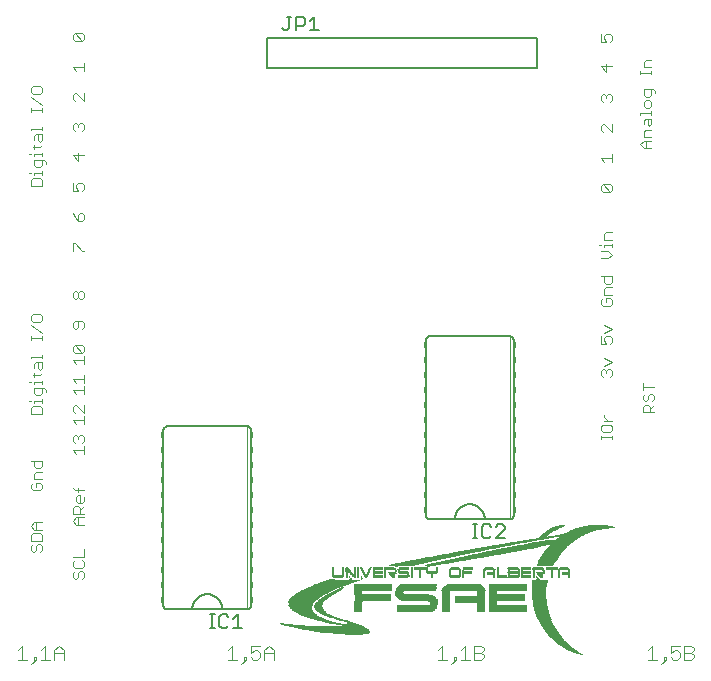
<source format=gbr>
G04 EAGLE Gerber X2 export*
%TF.Part,Single*%
%TF.FileFunction,Legend,Top,1*%
%TF.FilePolarity,Positive*%
%TF.GenerationSoftware,Autodesk,EAGLE,8.6.1*%
%TF.CreationDate,2018-05-08T23:05:54Z*%
G75*
%MOMM*%
%FSLAX34Y34*%
%LPD*%
%AMOC8*
5,1,8,0,0,1.08239X$1,22.5*%
G01*
%ADD10R,0.101600X0.025400*%
%ADD11R,0.177800X0.025400*%
%ADD12R,0.254000X0.025400*%
%ADD13R,0.304800X0.025400*%
%ADD14R,0.355600X0.025400*%
%ADD15R,0.381000X0.025400*%
%ADD16R,0.406400X0.025400*%
%ADD17R,0.457200X0.025400*%
%ADD18R,0.482600X0.025400*%
%ADD19R,0.508000X0.025400*%
%ADD20R,0.533400X0.025400*%
%ADD21R,0.584200X0.025400*%
%ADD22R,0.609600X0.025400*%
%ADD23R,0.635000X0.025400*%
%ADD24R,0.660400X0.025400*%
%ADD25R,0.685800X0.025400*%
%ADD26R,0.711200X0.025400*%
%ADD27R,0.736600X0.025400*%
%ADD28R,0.762000X0.025400*%
%ADD29R,0.787400X0.025400*%
%ADD30R,0.812800X0.025400*%
%ADD31R,0.838200X0.025400*%
%ADD32R,0.863600X0.025400*%
%ADD33R,0.889000X0.025400*%
%ADD34R,0.914400X0.025400*%
%ADD35R,0.939800X0.025400*%
%ADD36R,0.965200X0.025400*%
%ADD37R,1.524000X0.025400*%
%ADD38R,2.082800X0.025400*%
%ADD39R,2.590800X0.025400*%
%ADD40R,0.990600X0.025400*%
%ADD41R,2.997200X0.025400*%
%ADD42R,3.403600X0.025400*%
%ADD43R,3.733800X0.025400*%
%ADD44R,3.987800X0.025400*%
%ADD45R,4.165600X0.025400*%
%ADD46R,4.368800X0.025400*%
%ADD47R,1.016000X0.025400*%
%ADD48R,4.521200X0.025400*%
%ADD49R,4.673600X0.025400*%
%ADD50R,4.800600X0.025400*%
%ADD51R,4.953000X0.025400*%
%ADD52R,5.080000X0.025400*%
%ADD53R,5.207000X0.025400*%
%ADD54R,5.334000X0.025400*%
%ADD55R,5.461000X0.025400*%
%ADD56R,5.537200X0.025400*%
%ADD57R,5.613400X0.025400*%
%ADD58R,5.689600X0.025400*%
%ADD59R,5.765800X0.025400*%
%ADD60R,5.842000X0.025400*%
%ADD61R,5.892800X0.025400*%
%ADD62R,1.041400X0.025400*%
%ADD63R,5.994400X0.025400*%
%ADD64R,6.045200X0.025400*%
%ADD65R,6.096000X0.025400*%
%ADD66R,2.413000X0.025400*%
%ADD67R,2.311400X0.025400*%
%ADD68R,1.905000X0.025400*%
%ADD69R,1.930400X0.025400*%
%ADD70R,1.574800X0.025400*%
%ADD71R,1.651000X0.025400*%
%ADD72R,1.270000X0.025400*%
%ADD73R,1.549400X0.025400*%
%ADD74R,0.431800X0.025400*%
%ADD75R,0.330200X0.025400*%
%ADD76R,0.558800X0.025400*%
%ADD77R,1.066800X0.025400*%
%ADD78R,1.092200X0.025400*%
%ADD79R,1.117600X0.025400*%
%ADD80R,1.143000X0.025400*%
%ADD81R,1.168400X0.025400*%
%ADD82R,1.219200X0.025400*%
%ADD83R,1.244600X0.025400*%
%ADD84R,1.295400X0.025400*%
%ADD85R,1.320800X0.025400*%
%ADD86R,1.346200X0.025400*%
%ADD87R,1.371600X0.025400*%
%ADD88R,1.397000X0.025400*%
%ADD89R,1.422400X0.025400*%
%ADD90R,1.447800X0.025400*%
%ADD91R,1.473200X0.025400*%
%ADD92R,1.498600X0.025400*%
%ADD93R,2.844800X0.025400*%
%ADD94R,3.225800X0.025400*%
%ADD95R,2.946400X0.025400*%
%ADD96R,3.022600X0.025400*%
%ADD97R,1.600200X0.025400*%
%ADD98R,3.073400X0.025400*%
%ADD99R,1.625600X0.025400*%
%ADD100R,3.124200X0.025400*%
%ADD101R,1.676400X0.025400*%
%ADD102R,3.149600X0.025400*%
%ADD103R,3.200400X0.025400*%
%ADD104R,1.701800X0.025400*%
%ADD105R,1.727200X0.025400*%
%ADD106R,3.251200X0.025400*%
%ADD107R,3.276600X0.025400*%
%ADD108R,1.752600X0.025400*%
%ADD109R,3.302000X0.025400*%
%ADD110R,1.778000X0.025400*%
%ADD111R,3.327400X0.025400*%
%ADD112R,1.803400X0.025400*%
%ADD113R,3.352800X0.025400*%
%ADD114R,1.193800X0.025400*%
%ADD115R,1.828800X0.025400*%
%ADD116R,3.378200X0.025400*%
%ADD117R,1.854200X0.025400*%
%ADD118R,1.879600X0.025400*%
%ADD119R,3.429000X0.025400*%
%ADD120R,1.955800X0.025400*%
%ADD121R,1.981200X0.025400*%
%ADD122R,2.006600X0.025400*%
%ADD123R,2.032000X0.025400*%
%ADD124R,2.057400X0.025400*%
%ADD125R,2.565400X0.025400*%
%ADD126R,2.108200X0.025400*%
%ADD127R,2.133600X0.025400*%
%ADD128R,2.159000X0.025400*%
%ADD129R,2.184400X0.025400*%
%ADD130R,2.971800X0.025400*%
%ADD131R,2.209800X0.025400*%
%ADD132R,3.048000X0.025400*%
%ADD133R,2.260600X0.025400*%
%ADD134R,2.286000X0.025400*%
%ADD135R,2.336800X0.025400*%
%ADD136R,2.362200X0.025400*%
%ADD137R,2.387600X0.025400*%
%ADD138R,2.438400X0.025400*%
%ADD139R,3.175000X0.025400*%
%ADD140R,2.870200X0.025400*%
%ADD141R,2.463800X0.025400*%
%ADD142R,2.489200X0.025400*%
%ADD143R,2.514600X0.025400*%
%ADD144R,2.540000X0.025400*%
%ADD145R,3.454400X0.025400*%
%ADD146R,3.657600X0.025400*%
%ADD147R,3.632200X0.025400*%
%ADD148R,3.606800X0.025400*%
%ADD149R,0.279400X0.025400*%
%ADD150R,3.556000X0.025400*%
%ADD151R,3.530600X0.025400*%
%ADD152R,0.228600X0.025400*%
%ADD153R,3.505200X0.025400*%
%ADD154R,0.203200X0.025400*%
%ADD155R,2.616200X0.025400*%
%ADD156R,2.641600X0.025400*%
%ADD157R,3.098800X0.025400*%
%ADD158R,2.667000X0.025400*%
%ADD159R,2.717800X0.025400*%
%ADD160R,2.895600X0.025400*%
%ADD161R,2.692400X0.025400*%
%ADD162R,2.235200X0.025400*%
%ADD163R,0.025400X0.025400*%
%ADD164R,0.076200X0.025400*%
%ADD165R,0.127000X0.025400*%
%ADD166R,0.152400X0.025400*%
%ADD167R,0.050800X0.025400*%
%ADD168R,3.708400X0.025400*%
%ADD169R,2.743200X0.025400*%
%ADD170R,2.768600X0.025400*%
%ADD171C,0.152400*%
%ADD172C,0.050800*%
%ADD173C,0.127000*%
%ADD174R,0.127000X0.508000*%
%ADD175C,0.101600*%
%ADD176C,0.076200*%


D10*
X507365Y-624332D03*
D11*
X506730Y-624078D03*
D12*
X506095Y-623824D03*
D13*
X505587Y-623570D03*
D14*
X504825Y-623316D03*
D15*
X504190Y-623062D03*
D16*
X503555Y-622808D03*
D17*
X503047Y-622554D03*
X502539Y-622300D03*
D18*
X502158Y-622046D03*
D19*
X501523Y-621792D03*
X501015Y-621538D03*
D20*
X500634Y-621284D03*
D21*
X500126Y-621030D03*
X499618Y-620776D03*
D22*
X499237Y-620522D03*
X498729Y-620268D03*
D23*
X498348Y-620014D03*
X497840Y-619760D03*
D24*
X497459Y-619506D03*
X496951Y-619252D03*
D25*
X496570Y-618998D03*
X496316Y-618744D03*
D26*
X495935Y-618490D03*
X495681Y-618236D03*
D25*
X495300Y-617982D03*
D26*
X494919Y-617728D03*
X494665Y-617474D03*
D27*
X494284Y-617220D03*
X494030Y-616966D03*
D28*
X493649Y-616712D03*
X493395Y-616458D03*
X492887Y-616204D03*
X492633Y-615950D03*
D29*
X492252Y-615696D03*
X491998Y-615442D03*
X491744Y-615188D03*
D30*
X491363Y-614934D03*
X491109Y-614680D03*
D31*
X490728Y-614426D03*
X490474Y-614172D03*
D32*
X490093Y-613918D03*
X489839Y-613664D03*
X489585Y-613410D03*
D33*
X489204Y-613156D03*
X488950Y-612902D03*
X488696Y-612648D03*
D34*
X488569Y-612394D03*
X488315Y-612140D03*
X488061Y-611886D03*
X487807Y-611632D03*
X487553Y-611378D03*
X487299Y-611124D03*
X487045Y-610870D03*
X486791Y-610616D03*
X486537Y-610362D03*
X486283Y-610108D03*
D35*
X486156Y-609854D03*
X485902Y-609600D03*
X485648Y-609346D03*
X485394Y-609092D03*
D36*
X485267Y-608838D03*
X485013Y-608584D03*
X484759Y-608330D03*
X484505Y-608076D03*
D35*
X484378Y-607822D03*
D36*
X484251Y-607568D03*
D30*
X315341Y-607314D03*
D36*
X483997Y-607314D03*
D37*
X314833Y-607060D03*
D36*
X483743Y-607060D03*
D38*
X314071Y-606806D03*
D36*
X483489Y-606806D03*
D39*
X313055Y-606552D03*
D40*
X483362Y-606552D03*
D41*
X311785Y-606298D03*
D40*
X483108Y-606298D03*
D42*
X310261Y-606044D03*
D36*
X482981Y-606044D03*
D43*
X308864Y-605790D03*
D40*
X482854Y-605790D03*
D44*
X307848Y-605536D03*
D40*
X482600Y-605536D03*
D45*
X306959Y-605282D03*
D40*
X482346Y-605282D03*
D46*
X306197Y-605028D03*
D47*
X482219Y-605028D03*
D48*
X305435Y-604774D03*
D40*
X482092Y-604774D03*
D49*
X304673Y-604520D03*
D40*
X481838Y-604520D03*
D50*
X303784Y-604266D03*
D47*
X481711Y-604266D03*
D51*
X303022Y-604012D03*
D47*
X481457Y-604012D03*
D52*
X302133Y-603758D03*
D40*
X481330Y-603758D03*
D53*
X301244Y-603504D03*
D47*
X481203Y-603504D03*
D54*
X300355Y-603250D03*
D47*
X480949Y-603250D03*
D55*
X299466Y-602996D03*
D47*
X480695Y-602996D03*
D56*
X298577Y-602742D03*
D47*
X480695Y-602742D03*
D57*
X297688Y-602488D03*
D47*
X480441Y-602488D03*
D58*
X296799Y-602234D03*
D47*
X480187Y-602234D03*
D59*
X295910Y-601980D03*
D47*
X480187Y-601980D03*
D60*
X295021Y-601726D03*
D47*
X479933Y-601726D03*
D61*
X294259Y-601472D03*
D62*
X479806Y-601472D03*
D63*
X293497Y-601218D03*
D62*
X479552Y-601218D03*
D64*
X292735Y-600964D03*
D47*
X479425Y-600964D03*
D65*
X291973Y-600710D03*
D62*
X479298Y-600710D03*
D66*
X272288Y-600456D03*
D67*
X310388Y-600456D03*
D47*
X479171Y-600456D03*
D68*
X268732Y-600202D03*
D69*
X311785Y-600202D03*
D62*
X479044Y-600202D03*
D70*
X265811Y-599948D03*
D71*
X312674Y-599948D03*
D62*
X478790Y-599948D03*
D72*
X263271Y-599694D03*
D73*
X312420Y-599694D03*
D47*
X478663Y-599694D03*
D40*
X260858Y-599440D03*
D70*
X311785Y-599440D03*
D62*
X478536Y-599440D03*
D29*
X258572Y-599186D03*
D71*
X310896Y-599186D03*
D62*
X478282Y-599186D03*
D26*
X256667Y-598932D03*
D16*
X303403Y-598932D03*
D40*
X313436Y-598932D03*
D62*
X478282Y-598932D03*
D19*
X255143Y-598678D03*
D74*
X302006Y-598678D03*
D32*
X313309Y-598678D03*
D62*
X478028Y-598678D03*
D75*
X254000Y-598424D03*
D19*
X300863Y-598424D03*
D28*
X313055Y-598424D03*
D62*
X478028Y-598424D03*
D76*
X299593Y-598170D03*
D24*
X312801Y-598170D03*
D77*
X477901Y-598170D03*
D21*
X298450Y-597916D03*
D76*
X312547Y-597916D03*
D77*
X477647Y-597916D03*
D22*
X297053Y-597662D03*
D17*
X312293Y-597662D03*
D77*
X477647Y-597662D03*
D24*
X296037Y-597408D03*
D15*
X311912Y-597408D03*
D77*
X477393Y-597408D03*
D24*
X295021Y-597154D03*
D75*
X311404Y-597154D03*
D77*
X477393Y-597154D03*
D25*
X293878Y-596900D03*
D75*
X310642Y-596900D03*
D77*
X477139Y-596900D03*
D26*
X292989Y-596646D03*
D14*
X309753Y-596646D03*
D77*
X477139Y-596646D03*
D26*
X291973Y-596392D03*
D15*
X308864Y-596392D03*
D77*
X476885Y-596392D03*
D27*
X291084Y-596138D03*
D16*
X307721Y-596138D03*
D78*
X476758Y-596138D03*
D28*
X290195Y-595884D03*
D74*
X306832Y-595884D03*
D78*
X476758Y-595884D03*
D28*
X289433Y-595630D03*
D74*
X305816Y-595630D03*
D78*
X476504Y-595630D03*
D29*
X288544Y-595376D03*
D17*
X304927Y-595376D03*
D78*
X476504Y-595376D03*
D30*
X287655Y-595122D03*
D17*
X304165Y-595122D03*
D78*
X476250Y-595122D03*
D32*
X286893Y-594868D03*
D74*
X303276Y-594868D03*
D78*
X476250Y-594868D03*
D32*
X286131Y-594614D03*
D74*
X302514Y-594614D03*
D79*
X476123Y-594614D03*
D34*
X285369Y-594360D03*
D74*
X301752Y-594360D03*
D78*
X475996Y-594360D03*
D34*
X284607Y-594106D03*
D16*
X300863Y-594106D03*
D78*
X475996Y-594106D03*
D36*
X283845Y-593852D03*
D16*
X300101Y-593852D03*
D79*
X475869Y-593852D03*
D40*
X282956Y-593598D03*
D16*
X299339Y-593598D03*
D78*
X475742Y-593598D03*
D47*
X282321Y-593344D03*
D15*
X298704Y-593344D03*
D79*
X475615Y-593344D03*
D62*
X281432Y-593090D03*
D16*
X297815Y-593090D03*
D78*
X475488Y-593090D03*
D77*
X280797Y-592836D03*
D74*
X296926Y-592836D03*
D79*
X475361Y-592836D03*
D78*
X280162Y-592582D03*
D74*
X296164Y-592582D03*
D79*
X475361Y-592582D03*
X279527Y-592328D03*
D74*
X295402Y-592328D03*
D79*
X475107Y-592328D03*
D80*
X278892Y-592074D03*
D74*
X294640Y-592074D03*
D79*
X475107Y-592074D03*
D81*
X278257Y-591820D03*
D74*
X294132Y-591820D03*
D79*
X475107Y-591820D03*
D82*
X277749Y-591566D03*
D74*
X293370Y-591566D03*
D79*
X474853Y-591566D03*
D83*
X277368Y-591312D03*
D74*
X292862Y-591312D03*
D79*
X474853Y-591312D03*
D72*
X276733Y-591058D03*
D17*
X292227Y-591058D03*
D80*
X474726Y-591058D03*
D84*
X276352Y-590804D03*
D17*
X291719Y-590804D03*
D79*
X474599Y-590804D03*
D85*
X275971Y-590550D03*
D17*
X291211Y-590550D03*
D80*
X474472Y-590550D03*
D86*
X275590Y-590296D03*
D17*
X290703Y-590296D03*
D80*
X474472Y-590296D03*
D87*
X274955Y-590042D03*
D17*
X290195Y-590042D03*
D80*
X474472Y-590042D03*
D87*
X274701Y-589788D03*
D17*
X289687Y-589788D03*
D80*
X474218Y-589788D03*
D88*
X274320Y-589534D03*
D17*
X289179Y-589534D03*
D80*
X474218Y-589534D03*
D89*
X273939Y-589280D03*
D18*
X288798Y-589280D03*
D80*
X474218Y-589280D03*
D90*
X273558Y-589026D03*
D19*
X288417Y-589026D03*
D80*
X473964Y-589026D03*
D91*
X273177Y-588772D03*
D20*
X288036Y-588772D03*
D80*
X473964Y-588772D03*
D91*
X272923Y-588518D03*
D76*
X287655Y-588518D03*
D80*
X473964Y-588518D03*
D92*
X272542Y-588264D03*
D22*
X287401Y-588264D03*
D80*
X473964Y-588264D03*
D37*
X272415Y-588010D03*
D22*
X287147Y-588010D03*
D25*
X318516Y-588010D03*
D93*
X365379Y-588010D03*
D25*
X392430Y-588010D03*
X422656Y-588010D03*
D94*
X445262Y-588010D03*
D80*
X473710Y-588010D03*
D73*
X272034Y-587756D03*
D23*
X286766Y-587756D03*
D25*
X318516Y-587756D03*
D95*
X365887Y-587756D03*
D25*
X392430Y-587756D03*
X422656Y-587756D03*
D94*
X445262Y-587756D03*
D80*
X473710Y-587756D03*
D70*
X271653Y-587502D03*
D23*
X286512Y-587502D03*
D25*
X318516Y-587502D03*
D96*
X366268Y-587502D03*
D25*
X392430Y-587502D03*
X422656Y-587502D03*
D94*
X445262Y-587502D03*
D80*
X473710Y-587502D03*
D97*
X271526Y-587248D03*
D23*
X286258Y-587248D03*
D25*
X318516Y-587248D03*
D98*
X366522Y-587248D03*
D25*
X392430Y-587248D03*
X422656Y-587248D03*
D94*
X445262Y-587248D03*
D81*
X473583Y-587248D03*
D99*
X271145Y-586994D03*
D24*
X286131Y-586994D03*
D25*
X318516Y-586994D03*
D100*
X366776Y-586994D03*
D25*
X392430Y-586994D03*
X422656Y-586994D03*
D94*
X445262Y-586994D03*
D80*
X473456Y-586994D03*
D101*
X270891Y-586740D03*
D24*
X285877Y-586740D03*
D25*
X318516Y-586740D03*
D102*
X366903Y-586740D03*
D25*
X392430Y-586740D03*
X422656Y-586740D03*
D94*
X445262Y-586740D03*
D80*
X473456Y-586740D03*
D101*
X270637Y-586486D03*
D23*
X285750Y-586486D03*
D25*
X318516Y-586486D03*
D103*
X367157Y-586486D03*
D25*
X392430Y-586486D03*
X422656Y-586486D03*
D94*
X445262Y-586486D03*
D81*
X473329Y-586486D03*
D104*
X270510Y-586232D03*
D23*
X285496Y-586232D03*
D25*
X318516Y-586232D03*
D94*
X367284Y-586232D03*
D25*
X392430Y-586232D03*
X422656Y-586232D03*
D94*
X445262Y-586232D03*
D81*
X473329Y-586232D03*
D105*
X270383Y-585978D03*
D24*
X285369Y-585978D03*
D25*
X318516Y-585978D03*
D106*
X367411Y-585978D03*
D25*
X392430Y-585978D03*
X422656Y-585978D03*
D94*
X445262Y-585978D03*
D80*
X473202Y-585978D03*
D105*
X270129Y-585724D03*
D23*
X285242Y-585724D03*
D25*
X318516Y-585724D03*
D107*
X367538Y-585724D03*
D25*
X392430Y-585724D03*
X422656Y-585724D03*
D94*
X445262Y-585724D03*
D81*
X473075Y-585724D03*
D108*
X270002Y-585470D03*
D23*
X284988Y-585470D03*
D25*
X318516Y-585470D03*
D109*
X367665Y-585470D03*
D25*
X392430Y-585470D03*
X422656Y-585470D03*
D94*
X445262Y-585470D03*
D81*
X473075Y-585470D03*
D110*
X269875Y-585216D03*
D23*
X284988Y-585216D03*
D25*
X318516Y-585216D03*
D111*
X367792Y-585216D03*
D25*
X392430Y-585216D03*
X422656Y-585216D03*
D94*
X445262Y-585216D03*
D81*
X473075Y-585216D03*
D112*
X269748Y-584962D03*
D23*
X284734Y-584962D03*
D25*
X318516Y-584962D03*
D113*
X367919Y-584962D03*
D25*
X392430Y-584962D03*
X422656Y-584962D03*
D94*
X445262Y-584962D03*
D114*
X472948Y-584962D03*
D115*
X269621Y-584708D03*
D23*
X284734Y-584708D03*
D25*
X318516Y-584708D03*
D113*
X367919Y-584708D03*
D25*
X392430Y-584708D03*
X422656Y-584708D03*
D94*
X445262Y-584708D03*
D81*
X472821Y-584708D03*
D115*
X269621Y-584454D03*
D23*
X284734Y-584454D03*
D25*
X318516Y-584454D03*
D116*
X368046Y-584454D03*
D25*
X392430Y-584454D03*
X422656Y-584454D03*
D94*
X445262Y-584454D03*
D81*
X472821Y-584454D03*
D117*
X269494Y-584200D03*
D24*
X284607Y-584200D03*
D25*
X318516Y-584200D03*
D116*
X368046Y-584200D03*
D25*
X392430Y-584200D03*
X422656Y-584200D03*
D94*
X445262Y-584200D03*
D81*
X472821Y-584200D03*
D118*
X269367Y-583946D03*
D23*
X284480Y-583946D03*
D25*
X318516Y-583946D03*
D42*
X368173Y-583946D03*
D25*
X392430Y-583946D03*
X422656Y-583946D03*
D94*
X445262Y-583946D03*
D81*
X472821Y-583946D03*
D68*
X269494Y-583692D03*
D23*
X284480Y-583692D03*
D25*
X318516Y-583692D03*
D42*
X368173Y-583692D03*
D25*
X392430Y-583692D03*
X422656Y-583692D03*
D94*
X445262Y-583692D03*
D114*
X472694Y-583692D03*
D68*
X269494Y-583438D03*
D23*
X284480Y-583438D03*
D25*
X318516Y-583438D03*
D119*
X368300Y-583438D03*
D25*
X392430Y-583438D03*
X422656Y-583438D03*
D94*
X445262Y-583438D03*
D81*
X472567Y-583438D03*
D69*
X269367Y-583184D03*
D23*
X284480Y-583184D03*
D25*
X318516Y-583184D03*
D119*
X368300Y-583184D03*
D25*
X392430Y-583184D03*
X422656Y-583184D03*
D94*
X445262Y-583184D03*
D81*
X472567Y-583184D03*
D120*
X269494Y-582930D03*
D23*
X284480Y-582930D03*
D25*
X318516Y-582930D03*
D119*
X368300Y-582930D03*
D25*
X392430Y-582930D03*
X422656Y-582930D03*
D94*
X445262Y-582930D03*
D81*
X472567Y-582930D03*
D120*
X269494Y-582676D03*
D23*
X284480Y-582676D03*
D25*
X318516Y-582676D03*
D28*
X381889Y-582676D03*
D25*
X392430Y-582676D03*
X422656Y-582676D03*
D26*
X432689Y-582676D03*
D114*
X472440Y-582676D03*
D121*
X269367Y-582422D03*
D24*
X284607Y-582422D03*
D25*
X318516Y-582422D03*
D27*
X382016Y-582422D03*
D25*
X392430Y-582422D03*
X422656Y-582422D03*
D26*
X432689Y-582422D03*
D114*
X472440Y-582422D03*
D122*
X269494Y-582168D03*
D23*
X284734Y-582168D03*
D25*
X318516Y-582168D03*
D26*
X382143Y-582168D03*
D25*
X392430Y-582168D03*
X422656Y-582168D03*
D26*
X432689Y-582168D03*
D114*
X472440Y-582168D03*
D122*
X269494Y-581914D03*
D23*
X284734Y-581914D03*
D25*
X318516Y-581914D03*
X382270Y-581914D03*
X392430Y-581914D03*
X422656Y-581914D03*
D26*
X432689Y-581914D03*
D81*
X472313Y-581914D03*
D123*
X269621Y-581660D03*
D23*
X284734Y-581660D03*
D25*
X318516Y-581660D03*
X382270Y-581660D03*
X392430Y-581660D03*
X422656Y-581660D03*
D26*
X432689Y-581660D03*
D81*
X472313Y-581660D03*
D123*
X269621Y-581406D03*
D23*
X284988Y-581406D03*
D25*
X318516Y-581406D03*
X382270Y-581406D03*
X392430Y-581406D03*
X422656Y-581406D03*
D26*
X432689Y-581406D03*
D114*
X472186Y-581406D03*
D124*
X269748Y-581152D03*
D22*
X285115Y-581152D03*
D25*
X318516Y-581152D03*
X382270Y-581152D03*
X392430Y-581152D03*
X422656Y-581152D03*
D26*
X432689Y-581152D03*
D114*
X472186Y-581152D03*
D124*
X269748Y-580898D03*
D22*
X285369Y-580898D03*
D25*
X318516Y-580898D03*
X382270Y-580898D03*
X392430Y-580898D03*
X422656Y-580898D03*
D26*
X432689Y-580898D03*
D114*
X472186Y-580898D03*
D38*
X269875Y-580644D03*
D21*
X285496Y-580644D03*
D25*
X318516Y-580644D03*
D26*
X382397Y-580644D03*
D25*
X392430Y-580644D03*
D125*
X413258Y-580644D03*
D26*
X432689Y-580644D03*
D114*
X472186Y-580644D03*
D126*
X270002Y-580390D03*
D21*
X285750Y-580390D03*
D25*
X318516Y-580390D03*
X382270Y-580390D03*
X392430Y-580390D03*
D125*
X413258Y-580390D03*
D26*
X432689Y-580390D03*
D114*
X472186Y-580390D03*
D126*
X270002Y-580136D03*
D21*
X286004Y-580136D03*
D25*
X318516Y-580136D03*
X382270Y-580136D03*
X392430Y-580136D03*
D125*
X413258Y-580136D03*
D26*
X432689Y-580136D03*
D114*
X472186Y-580136D03*
D127*
X270129Y-579882D03*
D76*
X286131Y-579882D03*
D25*
X318516Y-579882D03*
D26*
X382143Y-579882D03*
D25*
X392430Y-579882D03*
D125*
X413258Y-579882D03*
D26*
X432689Y-579882D03*
D114*
X471932Y-579882D03*
D128*
X270256Y-579628D03*
D76*
X286385Y-579628D03*
D25*
X318516Y-579628D03*
D26*
X382143Y-579628D03*
D25*
X392430Y-579628D03*
D125*
X413258Y-579628D03*
D26*
X432689Y-579628D03*
D114*
X471932Y-579628D03*
D128*
X270510Y-579374D03*
D76*
X286639Y-579374D03*
D25*
X318516Y-579374D03*
D27*
X382016Y-579374D03*
D25*
X392430Y-579374D03*
D125*
X413258Y-579374D03*
D26*
X432689Y-579374D03*
D114*
X471932Y-579374D03*
D129*
X270637Y-579120D03*
D76*
X286893Y-579120D03*
D26*
X318643Y-579120D03*
D30*
X381635Y-579120D03*
D25*
X392430Y-579120D03*
D125*
X413258Y-579120D03*
D26*
X432689Y-579120D03*
D114*
X471932Y-579120D03*
D129*
X270891Y-578866D03*
D76*
X287147Y-578866D03*
D98*
X330454Y-578866D03*
D130*
X370586Y-578866D03*
D25*
X392430Y-578866D03*
D125*
X413258Y-578866D03*
D98*
X444500Y-578866D03*
D114*
X471932Y-578866D03*
D131*
X271018Y-578612D03*
D20*
X287528Y-578612D03*
D98*
X330454Y-578612D03*
D132*
X370205Y-578612D03*
D25*
X392430Y-578612D03*
D125*
X413258Y-578612D03*
D98*
X444500Y-578612D03*
D82*
X471805Y-578612D03*
D131*
X271272Y-578358D03*
D20*
X287782Y-578358D03*
D98*
X330454Y-578358D03*
D100*
X369824Y-578358D03*
D25*
X392430Y-578358D03*
D125*
X413258Y-578358D03*
D98*
X444500Y-578358D03*
D82*
X471805Y-578358D03*
D133*
X271526Y-578104D03*
D20*
X288036Y-578104D03*
D98*
X330454Y-578104D03*
D102*
X369443Y-578104D03*
D25*
X392430Y-578104D03*
D125*
X413258Y-578104D03*
D98*
X444500Y-578104D03*
D82*
X471805Y-578104D03*
D133*
X271780Y-577850D03*
D20*
X288290Y-577850D03*
D98*
X330454Y-577850D03*
D103*
X369189Y-577850D03*
D25*
X392430Y-577850D03*
D125*
X413258Y-577850D03*
D98*
X444500Y-577850D03*
D82*
X471805Y-577850D03*
D134*
X271907Y-577596D03*
D20*
X288544Y-577596D03*
D98*
X330454Y-577596D03*
D103*
X368935Y-577596D03*
D25*
X392430Y-577596D03*
D125*
X413258Y-577596D03*
D98*
X444500Y-577596D03*
D114*
X471678Y-577596D03*
D67*
X272288Y-577342D03*
D19*
X288925Y-577342D03*
D98*
X330454Y-577342D03*
D94*
X368554Y-577342D03*
D25*
X392430Y-577342D03*
D125*
X413258Y-577342D03*
D98*
X444500Y-577342D03*
D114*
X471678Y-577342D03*
D67*
X272542Y-577088D03*
D19*
X289179Y-577088D03*
D98*
X330454Y-577088D03*
D106*
X368427Y-577088D03*
D25*
X392430Y-577088D03*
D125*
X413258Y-577088D03*
D98*
X444500Y-577088D03*
D82*
X471551Y-577088D03*
D135*
X272669Y-576834D03*
D19*
X289687Y-576834D03*
D98*
X330454Y-576834D03*
D106*
X368173Y-576834D03*
D25*
X392430Y-576834D03*
D125*
X413258Y-576834D03*
D98*
X444500Y-576834D03*
D82*
X471551Y-576834D03*
D136*
X273050Y-576580D03*
D19*
X289941Y-576580D03*
D98*
X330454Y-576580D03*
D106*
X367919Y-576580D03*
D25*
X392430Y-576580D03*
D125*
X413258Y-576580D03*
D98*
X444500Y-576580D03*
D82*
X471551Y-576580D03*
D136*
X273304Y-576326D03*
D18*
X290322Y-576326D03*
D98*
X330454Y-576326D03*
D106*
X367665Y-576326D03*
D25*
X392430Y-576326D03*
D125*
X413258Y-576326D03*
D98*
X444500Y-576326D03*
D82*
X471551Y-576326D03*
D137*
X273685Y-576072D03*
D18*
X290830Y-576072D03*
D98*
X330454Y-576072D03*
D106*
X367411Y-576072D03*
D25*
X392430Y-576072D03*
D125*
X413258Y-576072D03*
D98*
X444500Y-576072D03*
D82*
X471551Y-576072D03*
D137*
X273939Y-575818D03*
D18*
X291084Y-575818D03*
D98*
X330454Y-575818D03*
D106*
X367157Y-575818D03*
D25*
X392430Y-575818D03*
D125*
X413258Y-575818D03*
D98*
X444500Y-575818D03*
D82*
X471551Y-575818D03*
D66*
X274320Y-575564D03*
D18*
X291592Y-575564D03*
D98*
X330454Y-575564D03*
D94*
X367030Y-575564D03*
D25*
X392430Y-575564D03*
D125*
X413258Y-575564D03*
D98*
X444500Y-575564D03*
D82*
X471551Y-575564D03*
D66*
X274574Y-575310D03*
D17*
X291973Y-575310D03*
D98*
X330454Y-575310D03*
D94*
X366776Y-575310D03*
D25*
X392430Y-575310D03*
D125*
X413258Y-575310D03*
D98*
X444500Y-575310D03*
D82*
X471551Y-575310D03*
D66*
X275082Y-575056D03*
D17*
X292227Y-575056D03*
D98*
X330454Y-575056D03*
D103*
X366395Y-575056D03*
D25*
X392430Y-575056D03*
X422656Y-575056D03*
D98*
X444500Y-575056D03*
D82*
X471551Y-575056D03*
D138*
X275463Y-574802D03*
D17*
X292735Y-574802D03*
D98*
X330454Y-574802D03*
D139*
X366268Y-574802D03*
D25*
X392430Y-574802D03*
X422656Y-574802D03*
D98*
X444500Y-574802D03*
D82*
X471551Y-574802D03*
D66*
X275844Y-574548D03*
D74*
X293116Y-574548D03*
D98*
X330454Y-574548D03*
D102*
X365887Y-574548D03*
D25*
X392430Y-574548D03*
X422656Y-574548D03*
D98*
X444500Y-574548D03*
D82*
X471551Y-574548D03*
D138*
X276225Y-574294D03*
D17*
X293497Y-574294D03*
D98*
X330454Y-574294D03*
X365506Y-574294D03*
D25*
X392430Y-574294D03*
X422656Y-574294D03*
D98*
X444500Y-574294D03*
D82*
X471551Y-574294D03*
D138*
X276733Y-574040D03*
D74*
X293878Y-574040D03*
D98*
X330454Y-574040D03*
D41*
X365125Y-574040D03*
D25*
X392430Y-574040D03*
X422656Y-574040D03*
D98*
X444500Y-574040D03*
D82*
X471551Y-574040D03*
D138*
X276987Y-573786D03*
D74*
X294386Y-573786D03*
D98*
X330454Y-573786D03*
D140*
X364236Y-573786D03*
D25*
X392430Y-573786D03*
X422656Y-573786D03*
D98*
X444500Y-573786D03*
D82*
X471551Y-573786D03*
D138*
X277495Y-573532D03*
D74*
X294640Y-573532D03*
D25*
X318516Y-573532D03*
D28*
X353695Y-573532D03*
D25*
X392430Y-573532D03*
X422656Y-573532D03*
D26*
X432689Y-573532D03*
D82*
X471551Y-573532D03*
D141*
X277876Y-573278D03*
D74*
X295148Y-573278D03*
D25*
X318516Y-573278D03*
D26*
X353441Y-573278D03*
D25*
X392430Y-573278D03*
X422656Y-573278D03*
D26*
X432689Y-573278D03*
D82*
X471551Y-573278D03*
D141*
X278384Y-573024D03*
D16*
X295529Y-573024D03*
D25*
X318516Y-573024D03*
D26*
X353441Y-573024D03*
D25*
X392430Y-573024D03*
X422656Y-573024D03*
D26*
X432689Y-573024D03*
D82*
X471551Y-573024D03*
D138*
X278765Y-572770D03*
D16*
X296037Y-572770D03*
D25*
X318516Y-572770D03*
X353314Y-572770D03*
X392430Y-572770D03*
X422656Y-572770D03*
D26*
X432689Y-572770D03*
D82*
X471551Y-572770D03*
D141*
X279146Y-572516D03*
D16*
X296545Y-572516D03*
D25*
X318516Y-572516D03*
D26*
X353187Y-572516D03*
D25*
X392430Y-572516D03*
X422656Y-572516D03*
D26*
X432689Y-572516D03*
D82*
X471551Y-572516D03*
D141*
X279654Y-572262D03*
D74*
X296926Y-572262D03*
D25*
X318516Y-572262D03*
D26*
X353187Y-572262D03*
D25*
X392430Y-572262D03*
X422656Y-572262D03*
D26*
X432689Y-572262D03*
D82*
X471551Y-572262D03*
D142*
X280035Y-572008D03*
D16*
X297307Y-572008D03*
D25*
X318516Y-572008D03*
D26*
X353187Y-572008D03*
D25*
X392430Y-572008D03*
X422656Y-572008D03*
D26*
X432689Y-572008D03*
D82*
X471551Y-572008D03*
D142*
X280543Y-571754D03*
D16*
X297815Y-571754D03*
D25*
X318516Y-571754D03*
D26*
X353187Y-571754D03*
D25*
X392430Y-571754D03*
X422656Y-571754D03*
D26*
X432689Y-571754D03*
D82*
X471551Y-571754D03*
D141*
X280924Y-571500D03*
D15*
X298450Y-571500D03*
D25*
X318516Y-571500D03*
D26*
X353187Y-571500D03*
D25*
X392430Y-571500D03*
X422656Y-571500D03*
D26*
X432689Y-571500D03*
D82*
X471551Y-571500D03*
D142*
X281305Y-571246D03*
D15*
X298958Y-571246D03*
D25*
X318516Y-571246D03*
D26*
X353187Y-571246D03*
D25*
X392430Y-571246D03*
D26*
X422529Y-571246D03*
X432689Y-571246D03*
D82*
X471551Y-571246D03*
D142*
X281813Y-570992D03*
D15*
X299466Y-570992D03*
D25*
X318516Y-570992D03*
X353314Y-570992D03*
D26*
X392557Y-570992D03*
X422529Y-570992D03*
X432689Y-570992D03*
D82*
X471551Y-570992D03*
D142*
X282321Y-570738D03*
D15*
X299974Y-570738D03*
D25*
X318516Y-570738D03*
D26*
X353441Y-570738D03*
X392557Y-570738D03*
X422529Y-570738D03*
X432689Y-570738D03*
D82*
X471551Y-570738D03*
D143*
X282702Y-570484D03*
D14*
X300355Y-570484D03*
D25*
X318516Y-570484D03*
D26*
X353441Y-570484D03*
D27*
X392684Y-570484D03*
D26*
X422275Y-570484D03*
X432689Y-570484D03*
D82*
X471551Y-570484D03*
D143*
X283210Y-570230D03*
D14*
X300863Y-570230D03*
D25*
X318516Y-570230D03*
D27*
X353568Y-570230D03*
D28*
X392811Y-570230D03*
D27*
X422148Y-570230D03*
D26*
X432689Y-570230D03*
D82*
X471551Y-570230D03*
D144*
X283845Y-569976D03*
D14*
X301371Y-569976D03*
D94*
X331216Y-569976D03*
D145*
X367157Y-569976D03*
D146*
X407543Y-569976D03*
D94*
X445262Y-569976D03*
D82*
X471551Y-569976D03*
D125*
X284226Y-569722D03*
D14*
X301879Y-569722D03*
D94*
X331216Y-569722D03*
D119*
X367284Y-569722D03*
D146*
X407543Y-569722D03*
D94*
X445262Y-569722D03*
D82*
X471551Y-569722D03*
D125*
X284734Y-569468D03*
D75*
X302260Y-569468D03*
D94*
X331216Y-569468D03*
D119*
X367284Y-569468D03*
D147*
X407416Y-569468D03*
D94*
X445262Y-569468D03*
D82*
X471551Y-569468D03*
D125*
X285496Y-569214D03*
D13*
X302895Y-569214D03*
D94*
X331216Y-569214D03*
D119*
X367284Y-569214D03*
D148*
X407543Y-569214D03*
D94*
X445262Y-569214D03*
D82*
X471551Y-569214D03*
D125*
X286004Y-568960D03*
D149*
X303276Y-568960D03*
D94*
X331216Y-568960D03*
D42*
X367411Y-568960D03*
D148*
X407543Y-568960D03*
D94*
X445262Y-568960D03*
D83*
X471678Y-568960D03*
D125*
X286512Y-568706D03*
D149*
X303784Y-568706D03*
D94*
X331216Y-568706D03*
D42*
X367411Y-568706D03*
D150*
X407543Y-568706D03*
D94*
X445262Y-568706D03*
D83*
X471678Y-568706D03*
D39*
X287147Y-568452D03*
D12*
X304165Y-568452D03*
D94*
X331216Y-568452D03*
D116*
X367538Y-568452D03*
D151*
X407416Y-568452D03*
D94*
X445262Y-568452D03*
D83*
X471678Y-568452D03*
D125*
X287782Y-568198D03*
D152*
X304546Y-568198D03*
D94*
X331216Y-568198D03*
D113*
X367665Y-568198D03*
D153*
X407543Y-568198D03*
D94*
X445262Y-568198D03*
D83*
X471678Y-568198D03*
D125*
X288290Y-567944D03*
D154*
X304927Y-567944D03*
D94*
X331216Y-567944D03*
D113*
X367665Y-567944D03*
D145*
X407543Y-567944D03*
D94*
X445262Y-567944D03*
D83*
X471678Y-567944D03*
D39*
X288925Y-567690D03*
D10*
X305435Y-567690D03*
D94*
X331216Y-567690D03*
D111*
X367792Y-567690D03*
D119*
X407416Y-567690D03*
D94*
X445262Y-567690D03*
D83*
X471678Y-567690D03*
D39*
X289687Y-567436D03*
D94*
X331216Y-567436D03*
D109*
X367919Y-567436D03*
D116*
X407416Y-567436D03*
D94*
X445262Y-567436D03*
D83*
X471678Y-567436D03*
D39*
X290195Y-567182D03*
D94*
X331216Y-567182D03*
D107*
X368046Y-567182D03*
D113*
X407543Y-567182D03*
D94*
X445262Y-567182D03*
D83*
X471678Y-567182D03*
D155*
X290830Y-566928D03*
D94*
X331216Y-566928D03*
D106*
X368173Y-566928D03*
D109*
X407543Y-566928D03*
D94*
X445262Y-566928D03*
D83*
X471678Y-566928D03*
D155*
X291592Y-566674D03*
D94*
X331216Y-566674D03*
X368300Y-566674D03*
X407416Y-566674D03*
X445262Y-566674D03*
D83*
X471678Y-566674D03*
D156*
X292227Y-566420D03*
D94*
X331216Y-566420D03*
D103*
X368427Y-566420D03*
D139*
X407416Y-566420D03*
D94*
X445262Y-566420D03*
D72*
X471805Y-566420D03*
D155*
X292862Y-566166D03*
D94*
X331216Y-566166D03*
D139*
X368554Y-566166D03*
D157*
X407543Y-566166D03*
D94*
X445262Y-566166D03*
D72*
X471805Y-566166D03*
D156*
X293497Y-565912D03*
D94*
X331216Y-565912D03*
D100*
X368808Y-565912D03*
D132*
X407543Y-565912D03*
D94*
X445262Y-565912D03*
D72*
X471805Y-565912D03*
D156*
X294259Y-565658D03*
D94*
X331216Y-565658D03*
D98*
X369062Y-565658D03*
D95*
X407543Y-565658D03*
D94*
X445262Y-565658D03*
D83*
X471932Y-565658D03*
D156*
X294767Y-565404D03*
D94*
X331216Y-565404D03*
D96*
X369316Y-565404D03*
D93*
X407543Y-565404D03*
D94*
X445262Y-565404D03*
D83*
X471932Y-565404D03*
D158*
X295402Y-565150D03*
D94*
X331216Y-565150D03*
D130*
X369570Y-565150D03*
D159*
X407416Y-565150D03*
D94*
X445262Y-565150D03*
D83*
X471932Y-565150D03*
D158*
X296164Y-564896D03*
D94*
X331216Y-564896D03*
D160*
X369951Y-564896D03*
D144*
X407543Y-564896D03*
D94*
X445262Y-564896D03*
D83*
X471932Y-564896D03*
D161*
X296799Y-564642D03*
D94*
X331216Y-564642D03*
D159*
X370840Y-564642D03*
D162*
X407543Y-564642D03*
D94*
X445262Y-564642D03*
D72*
X472059Y-564642D03*
D161*
X297561Y-564388D03*
D72*
X472059Y-564388D03*
D158*
X298196Y-564134D03*
D72*
X472059Y-564134D03*
D161*
X298831Y-563880D03*
D72*
X472059Y-563880D03*
D161*
X299593Y-563626D03*
D72*
X472059Y-563626D03*
D159*
X300228Y-563372D03*
D84*
X472186Y-563372D03*
D159*
X300990Y-563118D03*
D84*
X472186Y-563118D03*
D159*
X301752Y-562864D03*
D84*
X472186Y-562864D03*
D159*
X302514Y-562610D03*
D72*
X472313Y-562610D03*
D159*
X303276Y-562356D03*
D72*
X472313Y-562356D03*
D161*
X303911Y-562102D03*
D84*
X472440Y-562102D03*
D161*
X304673Y-561848D03*
D84*
X472440Y-561848D03*
D161*
X305435Y-561594D03*
D84*
X472440Y-561594D03*
D31*
X296926Y-561340D03*
D112*
X310642Y-561340D03*
D84*
X472440Y-561340D03*
D74*
X295910Y-561086D03*
D12*
X312547Y-561086D03*
D149*
X470916Y-561086D03*
X296164Y-560832D03*
D152*
X312420Y-560832D03*
D163*
X321310Y-560832D03*
D12*
X470789Y-560832D03*
D154*
X312293Y-560578D03*
D164*
X321564Y-560578D03*
D152*
X470662Y-560578D03*
D11*
X312166Y-560324D03*
D165*
X321818Y-560324D03*
D154*
X470535Y-560324D03*
D166*
X312039Y-560070D03*
D10*
X321691Y-560070D03*
D11*
X470408Y-560070D03*
D165*
X311912Y-559816D03*
D10*
X321691Y-559816D03*
D166*
X470281Y-559816D03*
D10*
X311785Y-559562D03*
D164*
X321564Y-559562D03*
D165*
X470154Y-559562D03*
D164*
X311658Y-559308D03*
X321564Y-559308D03*
D10*
X470027Y-559308D03*
D29*
X301498Y-559054D03*
D154*
X308483Y-559054D03*
D167*
X311531Y-559054D03*
D154*
X315341Y-559054D03*
X318389Y-559054D03*
D164*
X321564Y-559054D03*
D154*
X324739Y-559054D03*
D33*
X335026Y-559054D03*
D154*
X341249Y-559054D03*
D12*
X348615Y-559054D03*
D31*
X356362Y-559054D03*
D154*
X363601Y-559054D03*
X370205Y-559054D03*
X380873Y-559054D03*
D27*
X400304Y-559054D03*
D11*
X407416Y-559054D03*
X425196Y-559054D03*
X433578Y-559054D03*
D31*
X439674Y-559054D03*
D35*
X449326Y-559054D03*
D33*
X460502Y-559054D03*
D154*
X466725Y-559054D03*
D164*
X469900Y-559054D03*
D12*
X474091Y-559054D03*
D154*
X481965Y-559054D03*
D11*
X488442Y-559054D03*
X496824Y-559054D03*
D31*
X301498Y-558800D03*
D154*
X308483Y-558800D03*
D167*
X311531Y-558800D03*
D152*
X315214Y-558800D03*
D11*
X318262Y-558800D03*
D167*
X321437Y-558800D03*
D154*
X324739Y-558800D03*
D33*
X335026Y-558800D03*
D154*
X341249Y-558800D03*
D12*
X348361Y-558800D03*
D32*
X356489Y-558800D03*
D154*
X363601Y-558800D03*
X370205Y-558800D03*
D11*
X381000Y-558800D03*
D30*
X400431Y-558800D03*
D11*
X407416Y-558800D03*
X425196Y-558800D03*
X433578Y-558800D03*
D31*
X439674Y-558800D03*
D36*
X449707Y-558800D03*
D33*
X460502Y-558800D03*
D154*
X466725Y-558800D03*
D167*
X469773Y-558800D03*
D12*
X473837Y-558800D03*
D154*
X481965Y-558800D03*
D11*
X488442Y-558800D03*
X496824Y-558800D03*
D33*
X301498Y-558546D03*
D154*
X308483Y-558546D03*
D163*
X311404Y-558546D03*
D12*
X315087Y-558546D03*
D11*
X318262Y-558546D03*
D163*
X321310Y-558546D03*
D12*
X324739Y-558546D03*
D33*
X335026Y-558546D03*
D154*
X341249Y-558546D03*
D12*
X348107Y-558546D03*
D33*
X356616Y-558546D03*
D154*
X363601Y-558546D03*
X370205Y-558546D03*
D11*
X381000Y-558546D03*
D33*
X400304Y-558546D03*
D11*
X407416Y-558546D03*
X425196Y-558546D03*
X433578Y-558546D03*
D31*
X439674Y-558546D03*
D40*
X449834Y-558546D03*
D33*
X460502Y-558546D03*
D154*
X466725Y-558546D03*
D163*
X469646Y-558546D03*
D12*
X473583Y-558546D03*
D154*
X481965Y-558546D03*
D11*
X488442Y-558546D03*
X496824Y-558546D03*
D35*
X301498Y-558292D03*
D154*
X308483Y-558292D03*
D149*
X314960Y-558292D03*
D11*
X318262Y-558292D03*
D163*
X321310Y-558292D03*
D12*
X324739Y-558292D03*
D33*
X335026Y-558292D03*
D154*
X341249Y-558292D03*
D149*
X347980Y-558292D03*
D34*
X356743Y-558292D03*
D154*
X363601Y-558292D03*
X370205Y-558292D03*
D11*
X381000Y-558292D03*
D35*
X400304Y-558292D03*
D11*
X407416Y-558292D03*
X425196Y-558292D03*
X433578Y-558292D03*
D31*
X439674Y-558292D03*
D40*
X449834Y-558292D03*
D33*
X460502Y-558292D03*
D154*
X466725Y-558292D03*
D12*
X473329Y-558292D03*
D154*
X481965Y-558292D03*
D11*
X488442Y-558292D03*
X496824Y-558292D03*
D36*
X301371Y-558038D03*
D154*
X308483Y-558038D03*
D13*
X314833Y-558038D03*
D11*
X318262Y-558038D03*
D13*
X324739Y-558038D03*
D33*
X335026Y-558038D03*
D154*
X341249Y-558038D03*
D149*
X347726Y-558038D03*
D35*
X356870Y-558038D03*
D154*
X363601Y-558038D03*
X370205Y-558038D03*
D11*
X381000Y-558038D03*
D36*
X400431Y-558038D03*
D11*
X407416Y-558038D03*
X425196Y-558038D03*
X433578Y-558038D03*
D31*
X439674Y-558038D03*
D47*
X449961Y-558038D03*
D33*
X460502Y-558038D03*
D154*
X466725Y-558038D03*
D149*
X473202Y-558038D03*
D154*
X481965Y-558038D03*
D11*
X488442Y-558038D03*
X496824Y-558038D03*
D40*
X301498Y-557784D03*
D154*
X308483Y-557784D03*
D13*
X314833Y-557784D03*
D11*
X318262Y-557784D03*
D13*
X324739Y-557784D03*
D33*
X335026Y-557784D03*
D154*
X341249Y-557784D03*
D149*
X347472Y-557784D03*
D35*
X356870Y-557784D03*
D154*
X363601Y-557784D03*
X370205Y-557784D03*
D11*
X381000Y-557784D03*
D40*
X400304Y-557784D03*
D11*
X407416Y-557784D03*
X425196Y-557784D03*
X433578Y-557784D03*
D31*
X439674Y-557784D03*
D47*
X449961Y-557784D03*
D33*
X460502Y-557784D03*
D154*
X466725Y-557784D03*
D149*
X472948Y-557784D03*
D154*
X481965Y-557784D03*
D11*
X488442Y-557784D03*
X496824Y-557784D03*
D40*
X301498Y-557530D03*
D154*
X308483Y-557530D03*
D75*
X314706Y-557530D03*
D11*
X318262Y-557530D03*
D14*
X324739Y-557530D03*
D33*
X335026Y-557530D03*
D154*
X341249Y-557530D03*
D12*
X347345Y-557530D03*
D35*
X356870Y-557530D03*
D154*
X363601Y-557530D03*
X370205Y-557530D03*
D11*
X381000Y-557530D03*
D47*
X400431Y-557530D03*
D11*
X407416Y-557530D03*
X425196Y-557530D03*
X433578Y-557530D03*
D31*
X439674Y-557530D03*
D62*
X450088Y-557530D03*
D33*
X460502Y-557530D03*
D154*
X466725Y-557530D03*
D149*
X472694Y-557530D03*
D154*
X481965Y-557530D03*
D11*
X488442Y-557530D03*
X496824Y-557530D03*
D154*
X297307Y-557276D03*
X305435Y-557276D03*
X308483Y-557276D03*
D14*
X314579Y-557276D03*
D11*
X318262Y-557276D03*
D14*
X324739Y-557276D03*
D11*
X331470Y-557276D03*
D154*
X341249Y-557276D03*
D12*
X347091Y-557276D03*
D152*
X360680Y-557276D03*
D154*
X363601Y-557276D03*
X370205Y-557276D03*
D11*
X381000Y-557276D03*
D152*
X396240Y-557276D03*
X404368Y-557276D03*
D11*
X407416Y-557276D03*
X425196Y-557276D03*
X433578Y-557276D03*
D154*
X436499Y-557276D03*
D11*
X445770Y-557276D03*
D152*
X454152Y-557276D03*
D11*
X456946Y-557276D03*
D154*
X466725Y-557276D03*
D12*
X472567Y-557276D03*
D154*
X481965Y-557276D03*
D11*
X488442Y-557276D03*
X496824Y-557276D03*
D154*
X297307Y-557022D03*
X305689Y-557022D03*
X308483Y-557022D03*
D15*
X314452Y-557022D03*
D11*
X318262Y-557022D03*
D16*
X324739Y-557022D03*
D11*
X331470Y-557022D03*
D154*
X341249Y-557022D03*
D12*
X346837Y-557022D03*
D154*
X360807Y-557022D03*
X363601Y-557022D03*
X370205Y-557022D03*
D11*
X381000Y-557022D03*
D154*
X396113Y-557022D03*
X404495Y-557022D03*
D11*
X407416Y-557022D03*
X425196Y-557022D03*
X433578Y-557022D03*
X436372Y-557022D03*
X445770Y-557022D03*
D154*
X454279Y-557022D03*
D11*
X456946Y-557022D03*
D154*
X466725Y-557022D03*
D12*
X472313Y-557022D03*
D154*
X481965Y-557022D03*
D11*
X488442Y-557022D03*
X496824Y-557022D03*
D154*
X297307Y-556768D03*
X305689Y-556768D03*
X308483Y-556768D03*
D16*
X314325Y-556768D03*
D11*
X318262Y-556768D03*
D16*
X324739Y-556768D03*
D11*
X331470Y-556768D03*
D154*
X341249Y-556768D03*
D12*
X346583Y-556768D03*
D154*
X360807Y-556768D03*
X363601Y-556768D03*
X370205Y-556768D03*
D11*
X381000Y-556768D03*
D154*
X396113Y-556768D03*
D11*
X404622Y-556768D03*
X407416Y-556768D03*
X425196Y-556768D03*
X433578Y-556768D03*
X436372Y-556768D03*
X445770Y-556768D03*
D154*
X454279Y-556768D03*
D11*
X456946Y-556768D03*
D154*
X466725Y-556768D03*
D12*
X472059Y-556768D03*
D154*
X481965Y-556768D03*
D11*
X488442Y-556768D03*
X496824Y-556768D03*
D154*
X297307Y-556514D03*
X305689Y-556514D03*
X308483Y-556514D03*
D74*
X314198Y-556514D03*
D11*
X318262Y-556514D03*
D17*
X324739Y-556514D03*
D11*
X331470Y-556514D03*
D154*
X341249Y-556514D03*
D149*
X346456Y-556514D03*
D154*
X360807Y-556514D03*
X363601Y-556514D03*
X370205Y-556514D03*
D11*
X381000Y-556514D03*
D154*
X396113Y-556514D03*
D11*
X404622Y-556514D03*
X407416Y-556514D03*
X425196Y-556514D03*
D25*
X431038Y-556514D03*
D11*
X436372Y-556514D03*
X445770Y-556514D03*
D154*
X454279Y-556514D03*
D11*
X456946Y-556514D03*
D154*
X466725Y-556514D03*
D149*
X471932Y-556514D03*
D154*
X481965Y-556514D03*
D11*
X488442Y-556514D03*
D25*
X494284Y-556514D03*
D154*
X297307Y-556260D03*
X305689Y-556260D03*
X308483Y-556260D03*
D12*
X313055Y-556260D03*
D11*
X315468Y-556260D03*
X318262Y-556260D03*
D154*
X323469Y-556260D03*
X326009Y-556260D03*
D11*
X331470Y-556260D03*
D154*
X341249Y-556260D03*
D18*
X347218Y-556260D03*
D154*
X360807Y-556260D03*
X363601Y-556260D03*
X370205Y-556260D03*
D11*
X381000Y-556260D03*
D154*
X396113Y-556260D03*
D11*
X404622Y-556260D03*
X407416Y-556260D03*
X425196Y-556260D03*
D25*
X431038Y-556260D03*
D11*
X436372Y-556260D03*
X445770Y-556260D03*
X454152Y-556260D03*
X456946Y-556260D03*
D154*
X466725Y-556260D03*
D17*
X472567Y-556260D03*
D154*
X481965Y-556260D03*
D11*
X488442Y-556260D03*
D26*
X494157Y-556260D03*
D154*
X297307Y-556006D03*
X305689Y-556006D03*
X308483Y-556006D03*
D12*
X312801Y-556006D03*
D11*
X315468Y-556006D03*
X318262Y-556006D03*
D152*
X323342Y-556006D03*
D154*
X326263Y-556006D03*
X331597Y-556006D03*
D163*
X338836Y-556006D03*
D154*
X341249Y-556006D03*
D20*
X347218Y-556006D03*
D154*
X360553Y-556006D03*
X363601Y-556006D03*
X370205Y-556006D03*
D152*
X381000Y-556006D03*
D154*
X396113Y-556006D03*
D11*
X404622Y-556006D03*
D154*
X407543Y-556006D03*
D11*
X425196Y-556006D03*
D25*
X431038Y-556006D03*
D11*
X436372Y-556006D03*
D154*
X445897Y-556006D03*
D20*
X449834Y-556006D03*
D152*
X453898Y-556006D03*
D154*
X457073Y-556006D03*
D163*
X464058Y-556006D03*
D154*
X466725Y-556006D03*
D20*
X472694Y-556006D03*
D154*
X481965Y-556006D03*
D11*
X488442Y-556006D03*
D26*
X494157Y-556006D03*
D154*
X297307Y-555752D03*
X305689Y-555752D03*
X308483Y-555752D03*
D152*
X312674Y-555752D03*
D11*
X315468Y-555752D03*
X318262Y-555752D03*
D154*
X323215Y-555752D03*
X326263Y-555752D03*
D31*
X334772Y-555752D03*
D154*
X341249Y-555752D03*
D21*
X347218Y-555752D03*
D32*
X357251Y-555752D03*
D154*
X363601Y-555752D03*
X370205Y-555752D03*
D28*
X380873Y-555752D03*
D154*
X396113Y-555752D03*
D11*
X404622Y-555752D03*
D31*
X410718Y-555752D03*
D11*
X425196Y-555752D03*
D25*
X431038Y-555752D03*
D11*
X436372Y-555752D03*
D47*
X449961Y-555752D03*
D31*
X460248Y-555752D03*
D154*
X466725Y-555752D03*
D21*
X472694Y-555752D03*
D154*
X481965Y-555752D03*
D11*
X488442Y-555752D03*
D26*
X494157Y-555752D03*
D154*
X297307Y-555498D03*
X305689Y-555498D03*
X308483Y-555498D03*
D152*
X312420Y-555498D03*
D11*
X315468Y-555498D03*
X318262Y-555498D03*
D152*
X323088Y-555498D03*
X326390Y-555498D03*
D31*
X334772Y-555498D03*
D154*
X341249Y-555498D03*
D22*
X347345Y-555498D03*
D33*
X357124Y-555498D03*
D154*
X363601Y-555498D03*
X370205Y-555498D03*
D32*
X380873Y-555498D03*
D154*
X396113Y-555498D03*
D11*
X404622Y-555498D03*
D31*
X410718Y-555498D03*
D11*
X425196Y-555498D03*
D25*
X431038Y-555498D03*
D11*
X436372Y-555498D03*
D40*
X449834Y-555498D03*
D31*
X460248Y-555498D03*
D154*
X466725Y-555498D03*
D23*
X472694Y-555498D03*
D154*
X481965Y-555498D03*
D11*
X488442Y-555498D03*
D26*
X494157Y-555498D03*
D154*
X297307Y-555244D03*
X305689Y-555244D03*
X308483Y-555244D03*
D152*
X312166Y-555244D03*
D11*
X315468Y-555244D03*
X318262Y-555244D03*
D154*
X322961Y-555244D03*
X326517Y-555244D03*
D31*
X334772Y-555244D03*
D154*
X341249Y-555244D03*
D23*
X347218Y-555244D03*
D33*
X356870Y-555244D03*
D154*
X363601Y-555244D03*
X370205Y-555244D03*
D34*
X380873Y-555244D03*
D154*
X396113Y-555244D03*
D11*
X404622Y-555244D03*
D31*
X410718Y-555244D03*
D11*
X425196Y-555244D03*
D25*
X431038Y-555244D03*
D11*
X436372Y-555244D03*
D36*
X449707Y-555244D03*
D31*
X460248Y-555244D03*
D154*
X466725Y-555244D03*
D23*
X472694Y-555244D03*
D154*
X481965Y-555244D03*
D11*
X488442Y-555244D03*
D26*
X494157Y-555244D03*
D154*
X297307Y-554990D03*
X305689Y-554990D03*
X308483Y-554990D03*
D152*
X311912Y-554990D03*
D11*
X315468Y-554990D03*
X318262Y-554990D03*
D152*
X322834Y-554990D03*
D154*
X326771Y-554990D03*
D31*
X334772Y-554990D03*
D154*
X341249Y-554990D03*
D25*
X347218Y-554990D03*
D34*
X356743Y-554990D03*
D154*
X363601Y-554990D03*
X370205Y-554990D03*
D35*
X381000Y-554990D03*
D154*
X396113Y-554990D03*
D11*
X404622Y-554990D03*
D31*
X410718Y-554990D03*
D11*
X425196Y-554990D03*
D25*
X431038Y-554990D03*
D11*
X436372Y-554990D03*
D35*
X449580Y-554990D03*
D31*
X460248Y-554990D03*
D154*
X466725Y-554990D03*
D25*
X472694Y-554990D03*
D154*
X481965Y-554990D03*
D11*
X488442Y-554990D03*
D26*
X494157Y-554990D03*
D154*
X297307Y-554736D03*
X305689Y-554736D03*
X308483Y-554736D03*
D12*
X311785Y-554736D03*
D11*
X315468Y-554736D03*
X318262Y-554736D03*
D154*
X322707Y-554736D03*
X326771Y-554736D03*
D31*
X334772Y-554736D03*
D154*
X341249Y-554736D03*
D26*
X347091Y-554736D03*
D33*
X356616Y-554736D03*
D154*
X363601Y-554736D03*
X370205Y-554736D03*
D36*
X380873Y-554736D03*
D154*
X396113Y-554736D03*
D11*
X404622Y-554736D03*
D31*
X410718Y-554736D03*
D11*
X425196Y-554736D03*
D25*
X431038Y-554736D03*
D11*
X436372Y-554736D03*
D36*
X449707Y-554736D03*
D31*
X460248Y-554736D03*
D154*
X466725Y-554736D03*
D26*
X472567Y-554736D03*
D154*
X481965Y-554736D03*
D11*
X488442Y-554736D03*
D25*
X494284Y-554736D03*
D154*
X297307Y-554482D03*
X305689Y-554482D03*
X308483Y-554482D03*
D12*
X311531Y-554482D03*
D11*
X315468Y-554482D03*
X318262Y-554482D03*
D152*
X322580Y-554482D03*
D154*
X327025Y-554482D03*
D31*
X334772Y-554482D03*
D154*
X341249Y-554482D03*
X349631Y-554482D03*
D33*
X356362Y-554482D03*
D154*
X363601Y-554482D03*
X370205Y-554482D03*
D40*
X381000Y-554482D03*
D154*
X396113Y-554482D03*
D11*
X404622Y-554482D03*
D31*
X410718Y-554482D03*
D11*
X425196Y-554482D03*
X433578Y-554482D03*
X436372Y-554482D03*
D40*
X449834Y-554482D03*
D31*
X460248Y-554482D03*
D154*
X466725Y-554482D03*
X475107Y-554482D03*
X481965Y-554482D03*
D11*
X488442Y-554482D03*
X496824Y-554482D03*
D154*
X297307Y-554228D03*
X305689Y-554228D03*
X308483Y-554228D03*
D12*
X311277Y-554228D03*
D11*
X315468Y-554228D03*
X318262Y-554228D03*
D154*
X322453Y-554228D03*
X327025Y-554228D03*
D31*
X334772Y-554228D03*
D154*
X341249Y-554228D03*
X349885Y-554228D03*
D31*
X356108Y-554228D03*
D154*
X363601Y-554228D03*
X370205Y-554228D03*
D47*
X380873Y-554228D03*
D154*
X396113Y-554228D03*
D11*
X404622Y-554228D03*
D31*
X410718Y-554228D03*
D11*
X425196Y-554228D03*
X433578Y-554228D03*
X436372Y-554228D03*
D40*
X449834Y-554228D03*
D31*
X460248Y-554228D03*
D154*
X466725Y-554228D03*
D11*
X475234Y-554228D03*
D154*
X481965Y-554228D03*
D11*
X488442Y-554228D03*
X496824Y-554228D03*
D154*
X297307Y-553974D03*
X305689Y-553974D03*
X308483Y-553974D03*
D12*
X311023Y-553974D03*
D11*
X315468Y-553974D03*
X318262Y-553974D03*
D152*
X322326Y-553974D03*
X327152Y-553974D03*
D11*
X331470Y-553974D03*
D154*
X341249Y-553974D03*
X349885Y-553974D03*
D11*
X352806Y-553974D03*
D154*
X363601Y-553974D03*
X370205Y-553974D03*
X376809Y-553974D03*
X384937Y-553974D03*
X396113Y-553974D03*
D11*
X404622Y-553974D03*
X407416Y-553974D03*
X425196Y-553974D03*
X433578Y-553974D03*
X436372Y-553974D03*
X445770Y-553974D03*
D154*
X454025Y-553974D03*
D11*
X456946Y-553974D03*
D154*
X466725Y-553974D03*
X475361Y-553974D03*
X481965Y-553974D03*
D11*
X488442Y-553974D03*
X496824Y-553974D03*
D154*
X297307Y-553720D03*
X305689Y-553720D03*
D17*
X309753Y-553720D03*
D11*
X315468Y-553720D03*
X318262Y-553720D03*
D154*
X322199Y-553720D03*
X327279Y-553720D03*
D11*
X331470Y-553720D03*
D154*
X341249Y-553720D03*
X349885Y-553720D03*
X352679Y-553720D03*
X363601Y-553720D03*
X370205Y-553720D03*
D11*
X376682Y-553720D03*
X385064Y-553720D03*
D154*
X396113Y-553720D03*
D11*
X404622Y-553720D03*
X407416Y-553720D03*
X425196Y-553720D03*
X433578Y-553720D03*
X436372Y-553720D03*
X445770Y-553720D03*
X454152Y-553720D03*
X456946Y-553720D03*
D154*
X466725Y-553720D03*
X475361Y-553720D03*
X481965Y-553720D03*
D11*
X488442Y-553720D03*
X496824Y-553720D03*
D154*
X297307Y-553466D03*
X305689Y-553466D03*
D74*
X309626Y-553466D03*
D11*
X315468Y-553466D03*
X318262Y-553466D03*
D152*
X322072Y-553466D03*
D154*
X327533Y-553466D03*
D11*
X331470Y-553466D03*
D154*
X341249Y-553466D03*
X349885Y-553466D03*
X352679Y-553466D03*
X363601Y-553466D03*
X370205Y-553466D03*
D11*
X376682Y-553466D03*
X385064Y-553466D03*
D154*
X396113Y-553466D03*
D11*
X404622Y-553466D03*
X407416Y-553466D03*
X425196Y-553466D03*
X433578Y-553466D03*
X436372Y-553466D03*
X445770Y-553466D03*
X454152Y-553466D03*
X456946Y-553466D03*
D154*
X466725Y-553466D03*
X475361Y-553466D03*
X481965Y-553466D03*
D11*
X488442Y-553466D03*
X496824Y-553466D03*
D154*
X297307Y-553212D03*
X305689Y-553212D03*
D16*
X309499Y-553212D03*
D11*
X315468Y-553212D03*
X318262Y-553212D03*
D154*
X321945Y-553212D03*
X327533Y-553212D03*
D11*
X331470Y-553212D03*
D154*
X341249Y-553212D03*
X349885Y-553212D03*
X352679Y-553212D03*
X363601Y-553212D03*
X370205Y-553212D03*
D11*
X376682Y-553212D03*
X385064Y-553212D03*
D154*
X396113Y-553212D03*
D11*
X404622Y-553212D03*
X407416Y-553212D03*
X425196Y-553212D03*
X433578Y-553212D03*
X436372Y-553212D03*
X445770Y-553212D03*
X454152Y-553212D03*
X456946Y-553212D03*
D154*
X466725Y-553212D03*
X475361Y-553212D03*
X481965Y-553212D03*
D11*
X488442Y-553212D03*
X496824Y-553212D03*
D154*
X297307Y-552958D03*
X305689Y-552958D03*
D15*
X309372Y-552958D03*
D11*
X315468Y-552958D03*
X318262Y-552958D03*
D152*
X321818Y-552958D03*
D154*
X327787Y-552958D03*
D11*
X331470Y-552958D03*
D154*
X341249Y-552958D03*
X349885Y-552958D03*
D11*
X352806Y-552958D03*
D154*
X363601Y-552958D03*
X370205Y-552958D03*
D11*
X376682Y-552958D03*
X385064Y-552958D03*
D154*
X396113Y-552958D03*
X404495Y-552958D03*
D11*
X407416Y-552958D03*
D154*
X425323Y-552958D03*
X433451Y-552958D03*
D11*
X436372Y-552958D03*
X445770Y-552958D03*
D154*
X454025Y-552958D03*
D11*
X456946Y-552958D03*
D154*
X466725Y-552958D03*
X475107Y-552958D03*
X481965Y-552958D03*
X488569Y-552958D03*
X496697Y-552958D03*
X297307Y-552704D03*
X305689Y-552704D03*
D14*
X309245Y-552704D03*
D11*
X315468Y-552704D03*
X318262Y-552704D03*
D154*
X321691Y-552704D03*
X327787Y-552704D03*
D33*
X335026Y-552704D03*
D62*
X345440Y-552704D03*
D35*
X356616Y-552704D03*
D154*
X363601Y-552704D03*
D34*
X370205Y-552704D03*
D11*
X376682Y-552704D03*
X385064Y-552704D03*
D47*
X400431Y-552704D03*
D33*
X410972Y-552704D03*
D47*
X429387Y-552704D03*
D11*
X436372Y-552704D03*
D47*
X449961Y-552704D03*
D32*
X460375Y-552704D03*
D62*
X470916Y-552704D03*
D34*
X481965Y-552704D03*
D47*
X492633Y-552704D03*
D154*
X297307Y-552450D03*
X305689Y-552450D03*
D14*
X309245Y-552450D03*
D11*
X315468Y-552450D03*
X318262Y-552450D03*
D152*
X321564Y-552450D03*
D154*
X328041Y-552450D03*
D33*
X335026Y-552450D03*
D62*
X345440Y-552450D03*
D35*
X356616Y-552450D03*
D154*
X363601Y-552450D03*
D36*
X370205Y-552450D03*
D11*
X376682Y-552450D03*
X385064Y-552450D03*
D40*
X400304Y-552450D03*
D33*
X410972Y-552450D03*
D40*
X429514Y-552450D03*
D11*
X436372Y-552450D03*
D47*
X449961Y-552450D03*
D33*
X460502Y-552450D03*
D62*
X470916Y-552450D03*
D36*
X481965Y-552450D03*
D47*
X492633Y-552450D03*
D154*
X297307Y-552196D03*
X305689Y-552196D03*
D75*
X309118Y-552196D03*
D11*
X315468Y-552196D03*
X318262Y-552196D03*
D154*
X321437Y-552196D03*
X328041Y-552196D03*
D33*
X335026Y-552196D03*
D62*
X345440Y-552196D03*
D35*
X356616Y-552196D03*
D154*
X363601Y-552196D03*
D36*
X370205Y-552196D03*
D11*
X376682Y-552196D03*
X385064Y-552196D03*
D40*
X400304Y-552196D03*
D33*
X410972Y-552196D03*
D36*
X429387Y-552196D03*
D11*
X436372Y-552196D03*
D40*
X449834Y-552196D03*
D33*
X460502Y-552196D03*
D47*
X470789Y-552196D03*
D36*
X481965Y-552196D03*
X492633Y-552196D03*
D154*
X297307Y-551942D03*
X305689Y-551942D03*
D13*
X308991Y-551942D03*
D11*
X315468Y-551942D03*
X318262Y-551942D03*
D152*
X321310Y-551942D03*
D154*
X328295Y-551942D03*
D33*
X335026Y-551942D03*
D47*
X345313Y-551942D03*
D34*
X356743Y-551942D03*
D154*
X363601Y-551942D03*
D36*
X370205Y-551942D03*
D11*
X376682Y-551942D03*
X385064Y-551942D03*
D35*
X400304Y-551942D03*
D33*
X410972Y-551942D03*
D36*
X429387Y-551942D03*
D11*
X436372Y-551942D03*
D40*
X449834Y-551942D03*
D33*
X460502Y-551942D03*
D47*
X470789Y-551942D03*
D36*
X481965Y-551942D03*
X492633Y-551942D03*
D154*
X297307Y-551688D03*
X305689Y-551688D03*
D149*
X308864Y-551688D03*
D11*
X315468Y-551688D03*
X318262Y-551688D03*
D154*
X321183Y-551688D03*
X328295Y-551688D03*
D33*
X335026Y-551688D03*
D40*
X345186Y-551688D03*
D33*
X356870Y-551688D03*
D154*
X363601Y-551688D03*
D36*
X370205Y-551688D03*
D11*
X376682Y-551688D03*
X385064Y-551688D03*
D33*
X400304Y-551688D03*
X410972Y-551688D03*
D34*
X429387Y-551688D03*
D11*
X436372Y-551688D03*
D36*
X449707Y-551688D03*
D33*
X460502Y-551688D03*
D40*
X470662Y-551688D03*
D36*
X481965Y-551688D03*
D34*
X492633Y-551688D03*
D154*
X297307Y-551434D03*
X305689Y-551434D03*
D12*
X308737Y-551434D03*
D11*
X315468Y-551434D03*
X318262Y-551434D03*
D152*
X321056Y-551434D03*
D154*
X328549Y-551434D03*
D33*
X335026Y-551434D03*
D40*
X345186Y-551434D03*
D32*
X356997Y-551434D03*
D154*
X363601Y-551434D03*
D36*
X370205Y-551434D03*
D11*
X376682Y-551434D03*
X385064Y-551434D03*
D31*
X400304Y-551434D03*
D33*
X410972Y-551434D03*
D32*
X429387Y-551434D03*
D11*
X436372Y-551434D03*
D35*
X449580Y-551434D03*
D33*
X460502Y-551434D03*
D36*
X470535Y-551434D03*
X481965Y-551434D03*
D32*
X492633Y-551434D03*
D154*
X297307Y-551180D03*
X305689Y-551180D03*
D152*
X308610Y-551180D03*
D11*
X315468Y-551180D03*
X318262Y-551180D03*
D154*
X320929Y-551180D03*
X328549Y-551180D03*
D33*
X335026Y-551180D03*
D35*
X344932Y-551180D03*
D31*
X357124Y-551180D03*
D154*
X363601Y-551180D03*
D36*
X370205Y-551180D03*
D11*
X376682Y-551180D03*
X385064Y-551180D03*
D29*
X400304Y-551180D03*
D33*
X410972Y-551180D03*
D30*
X429387Y-551180D03*
D11*
X436372Y-551180D03*
D35*
X449326Y-551180D03*
D33*
X460502Y-551180D03*
D35*
X470408Y-551180D03*
D36*
X481965Y-551180D03*
D30*
X492633Y-551180D03*
D11*
X297180Y-550926D03*
D154*
X305689Y-550926D03*
X308483Y-550926D03*
D11*
X315468Y-550926D03*
X318262Y-550926D03*
D152*
X320802Y-550926D03*
D154*
X328803Y-550926D03*
D33*
X335026Y-550926D03*
X344678Y-550926D03*
D29*
X357378Y-550926D03*
D154*
X363601Y-550926D03*
D36*
X370205Y-550926D03*
D11*
X376682Y-550926D03*
X385064Y-550926D03*
D23*
X400304Y-550926D03*
D33*
X410972Y-550926D03*
D26*
X429387Y-550926D03*
D11*
X436372Y-550926D03*
D32*
X449199Y-550926D03*
D33*
X460502Y-550926D03*
X470154Y-550926D03*
D36*
X481965Y-550926D03*
D26*
X492633Y-550926D03*
D164*
X351536Y-549910D03*
D11*
X351536Y-549656D03*
D164*
X377444Y-549656D03*
D12*
X351409Y-549402D03*
X378333Y-549402D03*
D15*
X351536Y-549148D03*
D16*
X378841Y-549148D03*
D152*
X344932Y-548894D03*
D21*
X351536Y-548894D03*
X362712Y-548894D03*
D11*
X375412Y-548894D03*
D21*
X379476Y-548894D03*
D86*
X476504Y-548894D03*
D162*
X355727Y-548640D03*
D33*
X379730Y-548640D03*
D87*
X476631Y-548640D03*
D129*
X356743Y-548386D03*
D34*
X380873Y-548386D03*
D88*
X476758Y-548386D03*
D129*
X357759Y-548132D03*
D35*
X382270Y-548132D03*
D87*
X476885Y-548132D03*
D128*
X358902Y-547878D03*
D40*
X383540Y-547878D03*
D88*
X477012Y-547878D03*
D127*
X360045Y-547624D03*
D62*
X384810Y-547624D03*
D88*
X477012Y-547624D03*
D126*
X361188Y-547370D03*
D77*
X386207Y-547370D03*
D88*
X477266Y-547370D03*
D126*
X362204Y-547116D03*
D79*
X387477Y-547116D03*
D89*
X477393Y-547116D03*
D124*
X363474Y-546862D03*
D80*
X388874Y-546862D03*
D88*
X477520Y-546862D03*
D124*
X364744Y-546608D03*
D81*
X390271Y-546608D03*
D89*
X477647Y-546608D03*
D123*
X365887Y-546354D03*
D114*
X391668Y-546354D03*
D89*
X477901Y-546354D03*
D123*
X367157Y-546100D03*
D82*
X393065Y-546100D03*
D89*
X477901Y-546100D03*
D121*
X368427Y-545846D03*
D82*
X394335Y-545846D03*
D89*
X478155Y-545846D03*
D122*
X369570Y-545592D03*
D84*
X395732Y-545592D03*
D90*
X478282Y-545592D03*
D120*
X370840Y-545338D03*
D84*
X397002Y-545338D03*
D89*
X478409Y-545338D03*
D120*
X372110Y-545084D03*
D85*
X398399Y-545084D03*
D90*
X478536Y-545084D03*
D69*
X373253Y-544830D03*
D86*
X399796Y-544830D03*
D90*
X478790Y-544830D03*
D69*
X374523Y-544576D03*
D88*
X401066Y-544576D03*
D90*
X478790Y-544576D03*
D68*
X375920Y-544322D03*
D89*
X402463Y-544322D03*
D90*
X479044Y-544322D03*
D68*
X376936Y-544068D03*
D90*
X403860Y-544068D03*
D91*
X479171Y-544068D03*
D118*
X378333Y-543814D03*
D92*
X405130Y-543814D03*
D90*
X479298Y-543814D03*
D117*
X379476Y-543560D03*
D37*
X406527Y-543560D03*
D91*
X479425Y-543560D03*
D117*
X380746Y-543306D03*
D70*
X407797Y-543306D03*
D91*
X479679Y-543306D03*
D115*
X382143Y-543052D03*
D97*
X409194Y-543052D03*
D91*
X479679Y-543052D03*
D112*
X383286Y-542798D03*
D71*
X410464Y-542798D03*
D91*
X479933Y-542798D03*
D112*
X384556Y-542544D03*
D104*
X411734Y-542544D03*
D92*
X480060Y-542544D03*
D110*
X385953Y-542290D03*
D105*
X413131Y-542290D03*
D91*
X480187Y-542290D03*
D110*
X387223Y-542036D03*
D108*
X414528Y-542036D03*
D91*
X480441Y-542036D03*
D108*
X388366Y-541782D03*
D112*
X415798Y-541782D03*
D92*
X480568Y-541782D03*
D105*
X389763Y-541528D03*
D115*
X416941Y-541528D03*
D92*
X480822Y-541528D03*
D105*
X391033Y-541274D03*
D117*
X418338Y-541274D03*
D92*
X480822Y-541274D03*
D105*
X392303Y-541020D03*
D68*
X419608Y-541020D03*
D92*
X481076Y-541020D03*
D101*
X393573Y-540766D03*
D68*
X420878Y-540766D03*
D92*
X481330Y-540766D03*
D101*
X394843Y-540512D03*
D120*
X422148Y-540512D03*
D92*
X481330Y-540512D03*
D101*
X396113Y-540258D03*
D122*
X423418Y-540258D03*
D92*
X481584Y-540258D03*
D71*
X397510Y-540004D03*
D122*
X424688Y-540004D03*
D37*
X481711Y-540004D03*
D71*
X398780Y-539750D03*
D123*
X426085Y-539750D03*
D37*
X481965Y-539750D03*
D71*
X400050Y-539496D03*
D124*
X427228Y-539496D03*
D92*
X482092Y-539496D03*
D97*
X401320Y-539242D03*
D38*
X428625Y-539242D03*
D37*
X482219Y-539242D03*
D97*
X402590Y-538988D03*
D126*
X429768Y-538988D03*
D37*
X482473Y-538988D03*
D97*
X403860Y-538734D03*
D127*
X431165Y-538734D03*
D92*
X482600Y-538734D03*
D70*
X405257Y-538480D03*
D127*
X432435Y-538480D03*
D37*
X482727Y-538480D03*
D70*
X406527Y-538226D03*
D129*
X433705Y-538226D03*
D37*
X482981Y-538226D03*
D73*
X407924Y-537972D03*
D131*
X435102Y-537972D03*
D37*
X483235Y-537972D03*
D73*
X409194Y-537718D03*
D131*
X436372Y-537718D03*
D37*
X483235Y-537718D03*
D73*
X410464Y-537464D03*
D162*
X437769Y-537464D03*
D37*
X483489Y-537464D03*
X411861Y-537210D03*
D162*
X439039Y-537210D03*
D37*
X483743Y-537210D03*
D92*
X413004Y-536956D03*
D162*
X440309Y-536956D03*
D37*
X483997Y-536956D03*
D91*
X414401Y-536702D03*
D133*
X441706Y-536702D03*
D73*
X484124Y-536702D03*
D90*
X415798Y-536448D03*
D133*
X442976Y-536448D03*
D37*
X484251Y-536448D03*
D90*
X417068Y-536194D03*
D134*
X444373Y-536194D03*
D37*
X484505Y-536194D03*
D89*
X418465Y-535940D03*
D134*
X445643Y-535940D03*
D37*
X484759Y-535940D03*
D88*
X419862Y-535686D03*
D134*
X446913Y-535686D03*
D73*
X484886Y-535686D03*
D88*
X421132Y-535432D03*
D67*
X448310Y-535432D03*
D73*
X485140Y-535432D03*
D87*
X422529Y-535178D03*
D67*
X449580Y-535178D03*
D73*
X485394Y-535178D03*
D86*
X423926Y-534924D03*
D67*
X450850Y-534924D03*
D37*
X485521Y-534924D03*
D85*
X425323Y-534670D03*
D135*
X452247Y-534670D03*
D37*
X485775Y-534670D03*
D84*
X426720Y-534416D03*
D67*
X453644Y-534416D03*
D37*
X486029Y-534416D03*
D84*
X427990Y-534162D03*
D135*
X455041Y-534162D03*
D73*
X486410Y-534162D03*
D72*
X429387Y-533908D03*
D135*
X456311Y-533908D03*
D70*
X486537Y-533908D03*
D83*
X430784Y-533654D03*
D135*
X457581Y-533654D03*
D70*
X486791Y-533654D03*
D83*
X432054Y-533400D03*
D135*
X458851Y-533400D03*
D70*
X487045Y-533400D03*
D82*
X433451Y-533146D03*
D134*
X460121Y-533146D03*
D70*
X487299Y-533146D03*
D114*
X434848Y-532892D03*
D133*
X461264Y-532892D03*
D70*
X487553Y-532892D03*
D114*
X436372Y-532638D03*
D162*
X462407Y-532638D03*
D70*
X487807Y-532638D03*
D81*
X437769Y-532384D03*
D129*
X463677Y-532384D03*
D70*
X488061Y-532384D03*
D80*
X439166Y-532130D03*
D128*
X464820Y-532130D03*
D70*
X488315Y-532130D03*
D80*
X440436Y-531876D03*
D127*
X465963Y-531876D03*
D70*
X488569Y-531876D03*
D79*
X441833Y-531622D03*
D38*
X467233Y-531622D03*
D70*
X488823Y-531622D03*
D79*
X443357Y-531368D03*
D38*
X468503Y-531368D03*
D70*
X489077Y-531368D03*
D78*
X444754Y-531114D03*
D38*
X469773Y-531114D03*
D70*
X489331Y-531114D03*
D77*
X446151Y-530860D03*
D168*
X479171Y-530860D03*
D77*
X447675Y-530606D03*
D148*
X479933Y-530606D03*
D62*
X449072Y-530352D03*
D153*
X480695Y-530352D03*
D62*
X450596Y-530098D03*
D42*
X481457Y-530098D03*
D47*
X451993Y-529844D03*
D111*
X482346Y-529844D03*
D47*
X453517Y-529590D03*
D103*
X483235Y-529590D03*
D40*
X454914Y-529336D03*
D98*
X484124Y-529336D03*
D40*
X456438Y-529082D03*
D130*
X485140Y-529082D03*
D36*
X457835Y-528828D03*
D93*
X486029Y-528828D03*
D35*
X459486Y-528574D03*
D169*
X487045Y-528574D03*
D34*
X460883Y-528320D03*
D155*
X487934Y-528320D03*
D34*
X462407Y-528066D03*
D142*
X488823Y-528066D03*
D33*
X463804Y-527812D03*
D136*
X489966Y-527812D03*
D32*
X465455Y-527558D03*
D124*
X491744Y-527558D03*
D32*
X466979Y-527304D03*
D104*
X494030Y-527304D03*
D30*
X468503Y-527050D03*
D101*
X494411Y-527050D03*
D30*
X470027Y-526796D03*
D101*
X494665Y-526796D03*
D30*
X471551Y-526542D03*
D104*
X495046Y-526542D03*
D28*
X473075Y-526288D03*
D104*
X495300Y-526288D03*
D27*
X474726Y-526034D03*
D105*
X495681Y-526034D03*
D31*
X475742Y-525780D03*
D104*
X496062Y-525780D03*
D36*
X476631Y-525526D03*
D105*
X496443Y-525526D03*
D77*
X477393Y-525272D03*
D104*
X496824Y-525272D03*
D114*
X478282Y-525018D03*
D105*
X497205Y-525018D03*
D76*
X475107Y-524764D03*
D27*
X482092Y-524764D03*
D108*
X497586Y-524764D03*
D20*
X475234Y-524510D03*
D26*
X483743Y-524510D03*
D108*
X497840Y-524510D03*
D20*
X475488Y-524256D03*
D26*
X485267Y-524256D03*
D110*
X498221Y-524256D03*
D20*
X475742Y-524002D03*
D138*
X495427Y-524002D03*
D76*
X475869Y-523748D03*
D135*
X496443Y-523748D03*
D76*
X476123Y-523494D03*
D162*
X497205Y-523494D03*
D76*
X476377Y-523240D03*
D127*
X498221Y-523240D03*
D76*
X476631Y-522986D03*
D121*
X499491Y-522986D03*
D76*
X476885Y-522732D03*
D117*
X500634Y-522732D03*
D76*
X477139Y-522478D03*
D117*
X501396Y-522478D03*
D76*
X477393Y-522224D03*
D115*
X502031Y-522224D03*
D76*
X477647Y-521970D03*
D115*
X502539Y-521970D03*
D76*
X478155Y-521716D03*
D115*
X503047Y-521716D03*
D76*
X478409Y-521462D03*
D117*
X503682Y-521462D03*
D76*
X478917Y-521208D03*
D117*
X504190Y-521208D03*
D76*
X479171Y-520954D03*
D68*
X504698Y-520954D03*
D21*
X479552Y-520700D03*
D68*
X505206Y-520700D03*
D21*
X480060Y-520446D03*
D69*
X505841Y-520446D03*
D21*
X480314Y-520192D03*
D69*
X506349Y-520192D03*
D21*
X480822Y-519938D03*
D120*
X506984Y-519938D03*
D22*
X481203Y-519684D03*
D120*
X507492Y-519684D03*
D22*
X481711Y-519430D03*
D121*
X508127Y-519430D03*
D21*
X482092Y-519176D03*
D121*
X508889Y-519176D03*
D22*
X482473Y-518922D03*
D123*
X509651Y-518922D03*
D22*
X482981Y-518668D03*
D126*
X510540Y-518668D03*
D23*
X483362Y-518414D03*
D131*
X511810Y-518414D03*
D23*
X483870Y-518160D03*
D136*
X513080Y-518160D03*
D22*
X484251Y-517906D03*
D142*
X514223Y-517906D03*
D23*
X484632Y-517652D03*
D155*
X515620Y-517652D03*
D23*
X485140Y-517398D03*
D170*
X517398Y-517398D03*
D23*
X485648Y-517144D03*
D100*
X520192Y-517144D03*
D23*
X486156Y-516890D03*
D132*
X520827Y-516890D03*
D23*
X486664Y-516636D03*
D140*
X520954Y-516636D03*
D23*
X487426Y-516382D03*
D158*
X520954Y-516382D03*
D22*
X488061Y-516128D03*
D141*
X520954Y-516128D03*
D21*
X488950Y-515874D03*
D133*
X520954Y-515874D03*
D20*
X489712Y-515620D03*
D122*
X521208Y-515620D03*
D74*
X490474Y-515366D03*
D101*
X521335Y-515366D03*
D75*
X491236Y-515112D03*
D86*
X521716Y-515112D03*
D166*
X492125Y-514858D03*
D32*
X521843Y-514858D03*
D171*
X153162Y-581660D02*
X153162Y-434340D01*
X224028Y-430530D02*
X224150Y-430532D01*
X224272Y-430538D01*
X224394Y-430548D01*
X224515Y-430561D01*
X224636Y-430579D01*
X224756Y-430600D01*
X224876Y-430626D01*
X224994Y-430655D01*
X225112Y-430687D01*
X225229Y-430724D01*
X225344Y-430764D01*
X225458Y-430808D01*
X225570Y-430856D01*
X225681Y-430907D01*
X225790Y-430962D01*
X225898Y-431020D01*
X226003Y-431082D01*
X226106Y-431147D01*
X226208Y-431215D01*
X226307Y-431287D01*
X226403Y-431361D01*
X226498Y-431439D01*
X226589Y-431520D01*
X226679Y-431603D01*
X226765Y-431689D01*
X226848Y-431779D01*
X226929Y-431870D01*
X227007Y-431965D01*
X227081Y-432061D01*
X227153Y-432160D01*
X227221Y-432262D01*
X227286Y-432365D01*
X227348Y-432470D01*
X227406Y-432578D01*
X227461Y-432687D01*
X227512Y-432798D01*
X227560Y-432910D01*
X227604Y-433024D01*
X227644Y-433139D01*
X227681Y-433256D01*
X227713Y-433374D01*
X227742Y-433492D01*
X227768Y-433612D01*
X227789Y-433732D01*
X227807Y-433853D01*
X227820Y-433974D01*
X227830Y-434096D01*
X227836Y-434218D01*
X227838Y-434340D01*
X153162Y-581660D02*
X153164Y-581782D01*
X153170Y-581904D01*
X153180Y-582026D01*
X153193Y-582147D01*
X153211Y-582268D01*
X153232Y-582388D01*
X153258Y-582508D01*
X153287Y-582626D01*
X153319Y-582744D01*
X153356Y-582861D01*
X153396Y-582976D01*
X153440Y-583090D01*
X153488Y-583202D01*
X153539Y-583313D01*
X153594Y-583422D01*
X153652Y-583530D01*
X153714Y-583635D01*
X153779Y-583738D01*
X153847Y-583840D01*
X153919Y-583939D01*
X153993Y-584035D01*
X154071Y-584130D01*
X154152Y-584221D01*
X154235Y-584311D01*
X154321Y-584397D01*
X154411Y-584480D01*
X154502Y-584561D01*
X154597Y-584639D01*
X154693Y-584713D01*
X154792Y-584785D01*
X154894Y-584853D01*
X154997Y-584918D01*
X155102Y-584980D01*
X155210Y-585038D01*
X155319Y-585093D01*
X155430Y-585144D01*
X155542Y-585192D01*
X155656Y-585236D01*
X155771Y-585276D01*
X155888Y-585313D01*
X156006Y-585345D01*
X156124Y-585374D01*
X156244Y-585400D01*
X156364Y-585421D01*
X156485Y-585439D01*
X156606Y-585452D01*
X156728Y-585462D01*
X156850Y-585468D01*
X156972Y-585470D01*
X153162Y-434340D02*
X153164Y-434218D01*
X153170Y-434096D01*
X153180Y-433974D01*
X153193Y-433853D01*
X153211Y-433732D01*
X153232Y-433612D01*
X153258Y-433492D01*
X153287Y-433374D01*
X153319Y-433256D01*
X153356Y-433139D01*
X153396Y-433024D01*
X153440Y-432910D01*
X153488Y-432798D01*
X153539Y-432687D01*
X153594Y-432578D01*
X153652Y-432470D01*
X153714Y-432365D01*
X153779Y-432262D01*
X153847Y-432160D01*
X153919Y-432061D01*
X153993Y-431965D01*
X154071Y-431870D01*
X154152Y-431779D01*
X154235Y-431689D01*
X154321Y-431603D01*
X154411Y-431520D01*
X154502Y-431439D01*
X154597Y-431361D01*
X154693Y-431287D01*
X154792Y-431215D01*
X154894Y-431147D01*
X154997Y-431082D01*
X155102Y-431020D01*
X155210Y-430962D01*
X155319Y-430907D01*
X155430Y-430856D01*
X155542Y-430808D01*
X155656Y-430764D01*
X155771Y-430724D01*
X155888Y-430687D01*
X156006Y-430655D01*
X156124Y-430626D01*
X156244Y-430600D01*
X156364Y-430579D01*
X156485Y-430561D01*
X156606Y-430548D01*
X156728Y-430538D01*
X156850Y-430532D01*
X156972Y-430530D01*
X227838Y-581660D02*
X227836Y-581782D01*
X227830Y-581904D01*
X227820Y-582026D01*
X227807Y-582147D01*
X227789Y-582268D01*
X227768Y-582388D01*
X227742Y-582508D01*
X227713Y-582626D01*
X227681Y-582744D01*
X227644Y-582861D01*
X227604Y-582976D01*
X227560Y-583090D01*
X227512Y-583202D01*
X227461Y-583313D01*
X227406Y-583422D01*
X227348Y-583530D01*
X227286Y-583635D01*
X227221Y-583738D01*
X227153Y-583840D01*
X227081Y-583939D01*
X227007Y-584035D01*
X226929Y-584130D01*
X226848Y-584221D01*
X226765Y-584311D01*
X226679Y-584397D01*
X226589Y-584480D01*
X226498Y-584561D01*
X226403Y-584639D01*
X226307Y-584713D01*
X226208Y-584785D01*
X226106Y-584853D01*
X226003Y-584918D01*
X225898Y-584980D01*
X225790Y-585038D01*
X225681Y-585093D01*
X225570Y-585144D01*
X225458Y-585192D01*
X225344Y-585236D01*
X225229Y-585276D01*
X225112Y-585313D01*
X224994Y-585345D01*
X224876Y-585374D01*
X224756Y-585400D01*
X224636Y-585421D01*
X224515Y-585439D01*
X224394Y-585452D01*
X224272Y-585462D01*
X224150Y-585468D01*
X224028Y-585470D01*
X227838Y-581660D02*
X227838Y-434340D01*
X224028Y-430530D02*
X156972Y-430530D01*
X156972Y-585470D02*
X177800Y-585470D01*
X203200Y-585470D01*
X224028Y-585470D01*
D172*
X224282Y-585470D02*
X224282Y-430530D01*
D171*
X203200Y-585470D02*
X203196Y-585161D01*
X203185Y-584852D01*
X203166Y-584543D01*
X203140Y-584235D01*
X203106Y-583927D01*
X203065Y-583621D01*
X203016Y-583315D01*
X202960Y-583011D01*
X202896Y-582709D01*
X202825Y-582408D01*
X202747Y-582108D01*
X202662Y-581811D01*
X202569Y-581516D01*
X202469Y-581223D01*
X202362Y-580933D01*
X202248Y-580646D01*
X202127Y-580361D01*
X201999Y-580079D01*
X201865Y-579801D01*
X201723Y-579526D01*
X201575Y-579254D01*
X201420Y-578987D01*
X201259Y-578723D01*
X201092Y-578463D01*
X200918Y-578207D01*
X200738Y-577955D01*
X200552Y-577708D01*
X200360Y-577466D01*
X200162Y-577228D01*
X199959Y-576995D01*
X199749Y-576767D01*
X199535Y-576545D01*
X199315Y-576327D01*
X199089Y-576115D01*
X198859Y-575909D01*
X198624Y-575708D01*
X198384Y-575513D01*
X198139Y-575324D01*
X197890Y-575141D01*
X197636Y-574964D01*
X197378Y-574794D01*
X197116Y-574629D01*
X196850Y-574471D01*
X196580Y-574320D01*
X196307Y-574175D01*
X196030Y-574037D01*
X195750Y-573906D01*
X195467Y-573782D01*
X195181Y-573664D01*
X194892Y-573554D01*
X194601Y-573450D01*
X194307Y-573354D01*
X194011Y-573265D01*
X193712Y-573183D01*
X193412Y-573108D01*
X193110Y-573041D01*
X192807Y-572981D01*
X192502Y-572929D01*
X192196Y-572884D01*
X191889Y-572846D01*
X191581Y-572816D01*
X191273Y-572794D01*
X190964Y-572778D01*
X190655Y-572771D01*
X190345Y-572771D01*
X190036Y-572778D01*
X189727Y-572794D01*
X189419Y-572816D01*
X189111Y-572846D01*
X188804Y-572884D01*
X188498Y-572929D01*
X188193Y-572981D01*
X187890Y-573041D01*
X187588Y-573108D01*
X187288Y-573183D01*
X186989Y-573265D01*
X186693Y-573354D01*
X186399Y-573450D01*
X186108Y-573554D01*
X185819Y-573664D01*
X185533Y-573782D01*
X185250Y-573906D01*
X184970Y-574037D01*
X184693Y-574175D01*
X184420Y-574320D01*
X184150Y-574471D01*
X183884Y-574629D01*
X183622Y-574794D01*
X183364Y-574964D01*
X183110Y-575141D01*
X182861Y-575324D01*
X182616Y-575513D01*
X182376Y-575708D01*
X182141Y-575909D01*
X181911Y-576115D01*
X181685Y-576327D01*
X181465Y-576545D01*
X181251Y-576767D01*
X181041Y-576995D01*
X180838Y-577228D01*
X180640Y-577466D01*
X180448Y-577708D01*
X180262Y-577955D01*
X180082Y-578207D01*
X179908Y-578463D01*
X179741Y-578723D01*
X179580Y-578987D01*
X179425Y-579254D01*
X179277Y-579526D01*
X179135Y-579801D01*
X179001Y-580079D01*
X178873Y-580361D01*
X178752Y-580646D01*
X178638Y-580933D01*
X178531Y-581223D01*
X178431Y-581516D01*
X178338Y-581811D01*
X178253Y-582108D01*
X178175Y-582408D01*
X178104Y-582709D01*
X178040Y-583011D01*
X177984Y-583315D01*
X177935Y-583621D01*
X177894Y-583927D01*
X177860Y-584235D01*
X177834Y-584543D01*
X177815Y-584852D01*
X177804Y-585161D01*
X177800Y-585470D01*
D173*
X192971Y-601345D02*
X196784Y-601345D01*
X194878Y-601345D02*
X194878Y-589905D01*
X196784Y-589905D02*
X192971Y-589905D01*
X206487Y-589905D02*
X208394Y-591812D01*
X206487Y-589905D02*
X202674Y-589905D01*
X200767Y-591812D01*
X200767Y-599438D01*
X202674Y-601345D01*
X206487Y-601345D01*
X208394Y-599438D01*
X212461Y-593719D02*
X216274Y-589905D01*
X216274Y-601345D01*
X212461Y-601345D02*
X220087Y-601345D01*
D174*
X228473Y-577850D03*
X228473Y-565150D03*
X228473Y-552450D03*
X228473Y-539750D03*
X228473Y-527050D03*
X228473Y-514350D03*
X228473Y-501650D03*
X228473Y-488950D03*
X152527Y-577850D03*
X152527Y-565150D03*
X152527Y-552450D03*
X152527Y-539750D03*
X152527Y-527050D03*
X152527Y-514350D03*
X152527Y-501650D03*
X152527Y-488950D03*
X152527Y-476250D03*
X152527Y-463550D03*
X152527Y-450850D03*
X152527Y-438150D03*
X228473Y-476250D03*
X228473Y-463550D03*
X228473Y-450850D03*
X228473Y-438150D03*
D171*
X375412Y-505460D02*
X375412Y-358140D01*
X446278Y-354330D02*
X446400Y-354332D01*
X446522Y-354338D01*
X446644Y-354348D01*
X446765Y-354361D01*
X446886Y-354379D01*
X447006Y-354400D01*
X447126Y-354426D01*
X447244Y-354455D01*
X447362Y-354487D01*
X447479Y-354524D01*
X447594Y-354564D01*
X447708Y-354608D01*
X447820Y-354656D01*
X447931Y-354707D01*
X448040Y-354762D01*
X448148Y-354820D01*
X448253Y-354882D01*
X448356Y-354947D01*
X448458Y-355015D01*
X448557Y-355087D01*
X448653Y-355161D01*
X448748Y-355239D01*
X448839Y-355320D01*
X448929Y-355403D01*
X449015Y-355489D01*
X449098Y-355579D01*
X449179Y-355670D01*
X449257Y-355765D01*
X449331Y-355861D01*
X449403Y-355960D01*
X449471Y-356062D01*
X449536Y-356165D01*
X449598Y-356270D01*
X449656Y-356378D01*
X449711Y-356487D01*
X449762Y-356598D01*
X449810Y-356710D01*
X449854Y-356824D01*
X449894Y-356939D01*
X449931Y-357056D01*
X449963Y-357174D01*
X449992Y-357292D01*
X450018Y-357412D01*
X450039Y-357532D01*
X450057Y-357653D01*
X450070Y-357774D01*
X450080Y-357896D01*
X450086Y-358018D01*
X450088Y-358140D01*
X375412Y-505460D02*
X375414Y-505582D01*
X375420Y-505704D01*
X375430Y-505826D01*
X375443Y-505947D01*
X375461Y-506068D01*
X375482Y-506188D01*
X375508Y-506308D01*
X375537Y-506426D01*
X375569Y-506544D01*
X375606Y-506661D01*
X375646Y-506776D01*
X375690Y-506890D01*
X375738Y-507002D01*
X375789Y-507113D01*
X375844Y-507222D01*
X375902Y-507330D01*
X375964Y-507435D01*
X376029Y-507538D01*
X376097Y-507640D01*
X376169Y-507739D01*
X376243Y-507835D01*
X376321Y-507930D01*
X376402Y-508021D01*
X376485Y-508111D01*
X376571Y-508197D01*
X376661Y-508280D01*
X376752Y-508361D01*
X376847Y-508439D01*
X376943Y-508513D01*
X377042Y-508585D01*
X377144Y-508653D01*
X377247Y-508718D01*
X377352Y-508780D01*
X377460Y-508838D01*
X377569Y-508893D01*
X377680Y-508944D01*
X377792Y-508992D01*
X377906Y-509036D01*
X378021Y-509076D01*
X378138Y-509113D01*
X378256Y-509145D01*
X378374Y-509174D01*
X378494Y-509200D01*
X378614Y-509221D01*
X378735Y-509239D01*
X378856Y-509252D01*
X378978Y-509262D01*
X379100Y-509268D01*
X379222Y-509270D01*
X375412Y-358140D02*
X375414Y-358018D01*
X375420Y-357896D01*
X375430Y-357774D01*
X375443Y-357653D01*
X375461Y-357532D01*
X375482Y-357412D01*
X375508Y-357292D01*
X375537Y-357174D01*
X375569Y-357056D01*
X375606Y-356939D01*
X375646Y-356824D01*
X375690Y-356710D01*
X375738Y-356598D01*
X375789Y-356487D01*
X375844Y-356378D01*
X375902Y-356270D01*
X375964Y-356165D01*
X376029Y-356062D01*
X376097Y-355960D01*
X376169Y-355861D01*
X376243Y-355765D01*
X376321Y-355670D01*
X376402Y-355579D01*
X376485Y-355489D01*
X376571Y-355403D01*
X376661Y-355320D01*
X376752Y-355239D01*
X376847Y-355161D01*
X376943Y-355087D01*
X377042Y-355015D01*
X377144Y-354947D01*
X377247Y-354882D01*
X377352Y-354820D01*
X377460Y-354762D01*
X377569Y-354707D01*
X377680Y-354656D01*
X377792Y-354608D01*
X377906Y-354564D01*
X378021Y-354524D01*
X378138Y-354487D01*
X378256Y-354455D01*
X378374Y-354426D01*
X378494Y-354400D01*
X378614Y-354379D01*
X378735Y-354361D01*
X378856Y-354348D01*
X378978Y-354338D01*
X379100Y-354332D01*
X379222Y-354330D01*
X450088Y-505460D02*
X450086Y-505582D01*
X450080Y-505704D01*
X450070Y-505826D01*
X450057Y-505947D01*
X450039Y-506068D01*
X450018Y-506188D01*
X449992Y-506308D01*
X449963Y-506426D01*
X449931Y-506544D01*
X449894Y-506661D01*
X449854Y-506776D01*
X449810Y-506890D01*
X449762Y-507002D01*
X449711Y-507113D01*
X449656Y-507222D01*
X449598Y-507330D01*
X449536Y-507435D01*
X449471Y-507538D01*
X449403Y-507640D01*
X449331Y-507739D01*
X449257Y-507835D01*
X449179Y-507930D01*
X449098Y-508021D01*
X449015Y-508111D01*
X448929Y-508197D01*
X448839Y-508280D01*
X448748Y-508361D01*
X448653Y-508439D01*
X448557Y-508513D01*
X448458Y-508585D01*
X448356Y-508653D01*
X448253Y-508718D01*
X448148Y-508780D01*
X448040Y-508838D01*
X447931Y-508893D01*
X447820Y-508944D01*
X447708Y-508992D01*
X447594Y-509036D01*
X447479Y-509076D01*
X447362Y-509113D01*
X447244Y-509145D01*
X447126Y-509174D01*
X447006Y-509200D01*
X446886Y-509221D01*
X446765Y-509239D01*
X446644Y-509252D01*
X446522Y-509262D01*
X446400Y-509268D01*
X446278Y-509270D01*
X450088Y-505460D02*
X450088Y-358140D01*
X446278Y-354330D02*
X379222Y-354330D01*
X379222Y-509270D02*
X400050Y-509270D01*
X425450Y-509270D01*
X446278Y-509270D01*
D172*
X446532Y-509270D02*
X446532Y-354330D01*
D171*
X425450Y-509270D02*
X425446Y-508961D01*
X425435Y-508652D01*
X425416Y-508343D01*
X425390Y-508035D01*
X425356Y-507727D01*
X425315Y-507421D01*
X425266Y-507115D01*
X425210Y-506811D01*
X425146Y-506509D01*
X425075Y-506208D01*
X424997Y-505908D01*
X424912Y-505611D01*
X424819Y-505316D01*
X424719Y-505023D01*
X424612Y-504733D01*
X424498Y-504446D01*
X424377Y-504161D01*
X424249Y-503879D01*
X424115Y-503601D01*
X423973Y-503326D01*
X423825Y-503054D01*
X423670Y-502787D01*
X423509Y-502523D01*
X423342Y-502263D01*
X423168Y-502007D01*
X422988Y-501755D01*
X422802Y-501508D01*
X422610Y-501266D01*
X422412Y-501028D01*
X422209Y-500795D01*
X421999Y-500567D01*
X421785Y-500345D01*
X421565Y-500127D01*
X421339Y-499915D01*
X421109Y-499709D01*
X420874Y-499508D01*
X420634Y-499313D01*
X420389Y-499124D01*
X420140Y-498941D01*
X419886Y-498764D01*
X419628Y-498594D01*
X419366Y-498429D01*
X419100Y-498271D01*
X418830Y-498120D01*
X418557Y-497975D01*
X418280Y-497837D01*
X418000Y-497706D01*
X417717Y-497582D01*
X417431Y-497464D01*
X417142Y-497354D01*
X416851Y-497250D01*
X416557Y-497154D01*
X416261Y-497065D01*
X415962Y-496983D01*
X415662Y-496908D01*
X415360Y-496841D01*
X415057Y-496781D01*
X414752Y-496729D01*
X414446Y-496684D01*
X414139Y-496646D01*
X413831Y-496616D01*
X413523Y-496594D01*
X413214Y-496578D01*
X412905Y-496571D01*
X412595Y-496571D01*
X412286Y-496578D01*
X411977Y-496594D01*
X411669Y-496616D01*
X411361Y-496646D01*
X411054Y-496684D01*
X410748Y-496729D01*
X410443Y-496781D01*
X410140Y-496841D01*
X409838Y-496908D01*
X409538Y-496983D01*
X409239Y-497065D01*
X408943Y-497154D01*
X408649Y-497250D01*
X408358Y-497354D01*
X408069Y-497464D01*
X407783Y-497582D01*
X407500Y-497706D01*
X407220Y-497837D01*
X406943Y-497975D01*
X406670Y-498120D01*
X406400Y-498271D01*
X406134Y-498429D01*
X405872Y-498594D01*
X405614Y-498764D01*
X405360Y-498941D01*
X405111Y-499124D01*
X404866Y-499313D01*
X404626Y-499508D01*
X404391Y-499709D01*
X404161Y-499915D01*
X403935Y-500127D01*
X403715Y-500345D01*
X403501Y-500567D01*
X403291Y-500795D01*
X403088Y-501028D01*
X402890Y-501266D01*
X402698Y-501508D01*
X402512Y-501755D01*
X402332Y-502007D01*
X402158Y-502263D01*
X401991Y-502523D01*
X401830Y-502787D01*
X401675Y-503054D01*
X401527Y-503326D01*
X401385Y-503601D01*
X401251Y-503879D01*
X401123Y-504161D01*
X401002Y-504446D01*
X400888Y-504733D01*
X400781Y-505023D01*
X400681Y-505316D01*
X400588Y-505611D01*
X400503Y-505908D01*
X400425Y-506208D01*
X400354Y-506509D01*
X400290Y-506811D01*
X400234Y-507115D01*
X400185Y-507421D01*
X400144Y-507727D01*
X400110Y-508035D01*
X400084Y-508343D01*
X400065Y-508652D01*
X400054Y-508961D01*
X400050Y-509270D01*
D173*
X415221Y-525145D02*
X419034Y-525145D01*
X417128Y-525145D02*
X417128Y-513705D01*
X419034Y-513705D02*
X415221Y-513705D01*
X428737Y-513705D02*
X430644Y-515612D01*
X428737Y-513705D02*
X424924Y-513705D01*
X423017Y-515612D01*
X423017Y-523238D01*
X424924Y-525145D01*
X428737Y-525145D01*
X430644Y-523238D01*
X434711Y-525145D02*
X442337Y-525145D01*
X434711Y-525145D02*
X442337Y-517519D01*
X442337Y-515612D01*
X440431Y-513705D01*
X436618Y-513705D01*
X434711Y-515612D01*
D174*
X450723Y-501650D03*
X450723Y-488950D03*
X450723Y-476250D03*
X450723Y-463550D03*
X450723Y-450850D03*
X450723Y-438150D03*
X450723Y-425450D03*
X450723Y-412750D03*
X374777Y-501650D03*
X374777Y-488950D03*
X374777Y-476250D03*
X374777Y-463550D03*
X374777Y-450850D03*
X374777Y-438150D03*
X374777Y-425450D03*
X374777Y-412750D03*
X374777Y-400050D03*
X374777Y-387350D03*
X374777Y-374650D03*
X374777Y-361950D03*
X450723Y-400050D03*
X450723Y-387350D03*
X450723Y-374650D03*
X450723Y-361950D03*
D173*
X469900Y-101600D02*
X241300Y-101600D01*
X469900Y-101600D02*
X469900Y-127000D01*
X241300Y-127000D01*
X241300Y-101600D01*
X253873Y-93470D02*
X255780Y-95377D01*
X257686Y-95377D01*
X259593Y-93470D01*
X259593Y-83937D01*
X257686Y-83937D02*
X261500Y-83937D01*
X265567Y-83937D02*
X265567Y-95377D01*
X265567Y-83937D02*
X271287Y-83937D01*
X273193Y-85844D01*
X273193Y-89657D01*
X271287Y-91564D01*
X265567Y-91564D01*
X277261Y-87751D02*
X281074Y-83937D01*
X281074Y-95377D01*
X277261Y-95377D02*
X284887Y-95377D01*
D175*
X33767Y-616448D02*
X29869Y-620346D01*
X33767Y-616448D02*
X33767Y-628142D01*
X29869Y-628142D02*
X37665Y-628142D01*
X41563Y-632040D02*
X45461Y-628142D01*
X45461Y-626193D01*
X43512Y-626193D01*
X43512Y-628142D01*
X45461Y-628142D01*
X49359Y-620346D02*
X53257Y-616448D01*
X53257Y-628142D01*
X49359Y-628142D02*
X57155Y-628142D01*
X61053Y-628142D02*
X61053Y-620346D01*
X64951Y-616448D01*
X68849Y-620346D01*
X68849Y-628142D01*
X68849Y-622295D02*
X61053Y-622295D01*
X207669Y-620346D02*
X211567Y-616448D01*
X211567Y-628142D01*
X207669Y-628142D02*
X215465Y-628142D01*
X219363Y-632040D02*
X223261Y-628142D01*
X223261Y-626193D01*
X221312Y-626193D01*
X221312Y-628142D01*
X223261Y-628142D01*
X227159Y-616448D02*
X234955Y-616448D01*
X227159Y-616448D02*
X227159Y-622295D01*
X231057Y-620346D01*
X233006Y-620346D01*
X234955Y-622295D01*
X234955Y-626193D01*
X233006Y-628142D01*
X229108Y-628142D01*
X227159Y-626193D01*
X238853Y-628142D02*
X238853Y-620346D01*
X242751Y-616448D01*
X246649Y-620346D01*
X246649Y-628142D01*
X246649Y-622295D02*
X238853Y-622295D01*
X385469Y-620346D02*
X389367Y-616448D01*
X389367Y-628142D01*
X385469Y-628142D02*
X393265Y-628142D01*
X397163Y-632040D02*
X401061Y-628142D01*
X401061Y-626193D01*
X399112Y-626193D01*
X399112Y-628142D01*
X401061Y-628142D01*
X404959Y-620346D02*
X408857Y-616448D01*
X408857Y-628142D01*
X404959Y-628142D02*
X412755Y-628142D01*
X416653Y-628142D02*
X416653Y-616448D01*
X422500Y-616448D01*
X424449Y-618397D01*
X424449Y-620346D01*
X422500Y-622295D01*
X424449Y-624244D01*
X424449Y-626193D01*
X422500Y-628142D01*
X416653Y-628142D01*
X416653Y-622295D02*
X422500Y-622295D01*
X563269Y-620346D02*
X567167Y-616448D01*
X567167Y-628142D01*
X563269Y-628142D02*
X571065Y-628142D01*
X574963Y-632040D02*
X578861Y-628142D01*
X578861Y-626193D01*
X576912Y-626193D01*
X576912Y-628142D01*
X578861Y-628142D01*
X582759Y-616448D02*
X590555Y-616448D01*
X582759Y-616448D02*
X582759Y-622295D01*
X586657Y-620346D01*
X588606Y-620346D01*
X590555Y-622295D01*
X590555Y-626193D01*
X588606Y-628142D01*
X584708Y-628142D01*
X582759Y-626193D01*
X594453Y-628142D02*
X594453Y-616448D01*
X600300Y-616448D01*
X602249Y-618397D01*
X602249Y-620346D01*
X600300Y-622295D01*
X602249Y-624244D01*
X602249Y-626193D01*
X600300Y-628142D01*
X594453Y-628142D01*
X594453Y-622295D02*
X600300Y-622295D01*
D176*
X568579Y-418820D02*
X559173Y-418820D01*
X559173Y-414117D01*
X560741Y-412549D01*
X563876Y-412549D01*
X565444Y-414117D01*
X565444Y-418820D01*
X565444Y-415685D02*
X568579Y-412549D01*
X560741Y-403194D02*
X559173Y-404762D01*
X559173Y-407897D01*
X560741Y-409465D01*
X562308Y-409465D01*
X563876Y-407897D01*
X563876Y-404762D01*
X565444Y-403194D01*
X567011Y-403194D01*
X568579Y-404762D01*
X568579Y-407897D01*
X567011Y-409465D01*
X568579Y-396974D02*
X559173Y-396974D01*
X559173Y-393839D02*
X559173Y-400110D01*
X525181Y-388696D02*
X523613Y-387128D01*
X523613Y-383993D01*
X525181Y-382425D01*
X526748Y-382425D01*
X528316Y-383993D01*
X528316Y-385561D01*
X528316Y-383993D02*
X529884Y-382425D01*
X531451Y-382425D01*
X533019Y-383993D01*
X533019Y-387128D01*
X531451Y-388696D01*
X526748Y-379341D02*
X533019Y-376205D01*
X526748Y-373070D01*
X523613Y-360756D02*
X523613Y-354485D01*
X523613Y-360756D02*
X528316Y-360756D01*
X526748Y-357621D01*
X526748Y-356053D01*
X528316Y-354485D01*
X531451Y-354485D01*
X533019Y-356053D01*
X533019Y-359188D01*
X531451Y-360756D01*
X526748Y-351401D02*
X533019Y-348265D01*
X526748Y-345130D01*
X523613Y-323745D02*
X525181Y-322177D01*
X523613Y-323745D02*
X523613Y-326880D01*
X525181Y-328448D01*
X531451Y-328448D01*
X533019Y-326880D01*
X533019Y-323745D01*
X531451Y-322177D01*
X528316Y-322177D01*
X528316Y-325313D01*
X526748Y-319093D02*
X533019Y-319093D01*
X526748Y-319093D02*
X526748Y-314390D01*
X528316Y-312822D01*
X533019Y-312822D01*
X533019Y-303467D02*
X523613Y-303467D01*
X533019Y-303467D02*
X533019Y-308170D01*
X531451Y-309738D01*
X528316Y-309738D01*
X526748Y-308170D01*
X526748Y-303467D01*
X523613Y-288366D02*
X529884Y-288366D01*
X533019Y-285231D01*
X529884Y-282095D01*
X523613Y-282095D01*
X526748Y-279011D02*
X526748Y-277443D01*
X533019Y-277443D01*
X533019Y-279011D02*
X533019Y-275875D01*
X523613Y-277443D02*
X522045Y-277443D01*
X526748Y-272774D02*
X533019Y-272774D01*
X526748Y-272774D02*
X526748Y-268071D01*
X528316Y-266503D01*
X533019Y-266503D01*
X560225Y-195098D02*
X566496Y-195098D01*
X560225Y-195098D02*
X557090Y-191963D01*
X560225Y-188827D01*
X566496Y-188827D01*
X561793Y-188827D02*
X561793Y-195098D01*
X560225Y-185743D02*
X566496Y-185743D01*
X560225Y-185743D02*
X560225Y-181040D01*
X561793Y-179472D01*
X566496Y-179472D01*
X560225Y-174820D02*
X560225Y-171685D01*
X561793Y-170117D01*
X566496Y-170117D01*
X566496Y-174820D01*
X564928Y-176388D01*
X563361Y-174820D01*
X563361Y-170117D01*
X557090Y-167032D02*
X557090Y-165465D01*
X566496Y-165465D01*
X566496Y-167032D02*
X566496Y-163897D01*
X566496Y-159228D02*
X566496Y-156093D01*
X564928Y-154525D01*
X561793Y-154525D01*
X560225Y-156093D01*
X560225Y-159228D01*
X561793Y-160796D01*
X564928Y-160796D01*
X566496Y-159228D01*
X569631Y-148305D02*
X569631Y-146737D01*
X568064Y-145170D01*
X560225Y-145170D01*
X560225Y-149873D01*
X561793Y-151440D01*
X564928Y-151440D01*
X566496Y-149873D01*
X566496Y-145170D01*
X566496Y-132730D02*
X566496Y-129595D01*
X566496Y-131162D02*
X557090Y-131162D01*
X557090Y-129595D02*
X557090Y-132730D01*
X560225Y-126493D02*
X566496Y-126493D01*
X560225Y-126493D02*
X560225Y-121790D01*
X561793Y-120223D01*
X566496Y-120223D01*
X531451Y-232029D02*
X525181Y-232029D01*
X523613Y-230461D01*
X523613Y-227326D01*
X525181Y-225758D01*
X531451Y-225758D01*
X533019Y-227326D01*
X533019Y-230461D01*
X531451Y-232029D01*
X525181Y-225758D01*
X526748Y-206629D02*
X523613Y-203494D01*
X533019Y-203494D01*
X533019Y-206629D02*
X533019Y-200358D01*
X533019Y-181229D02*
X533019Y-174958D01*
X533019Y-181229D02*
X526748Y-174958D01*
X525181Y-174958D01*
X523613Y-176526D01*
X523613Y-179661D01*
X525181Y-181229D01*
X525181Y-155829D02*
X523613Y-154261D01*
X523613Y-151126D01*
X525181Y-149558D01*
X526748Y-149558D01*
X528316Y-151126D01*
X528316Y-152694D01*
X528316Y-151126D02*
X529884Y-149558D01*
X531451Y-149558D01*
X533019Y-151126D01*
X533019Y-154261D01*
X531451Y-155829D01*
X533019Y-125726D02*
X523613Y-125726D01*
X528316Y-130429D01*
X528316Y-124158D01*
X523613Y-105029D02*
X523613Y-98758D01*
X523613Y-105029D02*
X528316Y-105029D01*
X526748Y-101894D01*
X526748Y-100326D01*
X528316Y-98758D01*
X531451Y-98758D01*
X533019Y-100326D01*
X533019Y-103461D01*
X531451Y-105029D01*
X85979Y-513969D02*
X79708Y-513969D01*
X76573Y-510834D01*
X79708Y-507698D01*
X85979Y-507698D01*
X81276Y-507698D02*
X81276Y-513969D01*
X85979Y-504614D02*
X76573Y-504614D01*
X76573Y-499911D01*
X78141Y-498343D01*
X81276Y-498343D01*
X82844Y-499911D01*
X82844Y-504614D01*
X82844Y-501478D02*
X85979Y-498343D01*
X85979Y-493691D02*
X85979Y-490556D01*
X85979Y-493691D02*
X84411Y-495259D01*
X81276Y-495259D01*
X79708Y-493691D01*
X79708Y-490556D01*
X81276Y-488988D01*
X82844Y-488988D01*
X82844Y-495259D01*
X85979Y-484336D02*
X78141Y-484336D01*
X76573Y-482768D01*
X81276Y-482768D02*
X81276Y-485903D01*
X42581Y-478488D02*
X41013Y-480056D01*
X41013Y-483191D01*
X42581Y-484759D01*
X48851Y-484759D01*
X50419Y-483191D01*
X50419Y-480056D01*
X48851Y-478488D01*
X45716Y-478488D01*
X45716Y-481624D01*
X44148Y-475404D02*
X50419Y-475404D01*
X44148Y-475404D02*
X44148Y-470701D01*
X45716Y-469133D01*
X50419Y-469133D01*
X50419Y-459778D02*
X41013Y-459778D01*
X50419Y-459778D02*
X50419Y-464481D01*
X48851Y-466049D01*
X45716Y-466049D01*
X44148Y-464481D01*
X44148Y-459778D01*
X76573Y-450804D02*
X79708Y-453939D01*
X76573Y-450804D02*
X85979Y-450804D01*
X85979Y-453939D02*
X85979Y-447669D01*
X78141Y-444584D02*
X76573Y-443017D01*
X76573Y-439881D01*
X78141Y-438314D01*
X79708Y-438314D01*
X81276Y-439881D01*
X81276Y-441449D01*
X81276Y-439881D02*
X82844Y-438314D01*
X84411Y-438314D01*
X85979Y-439881D01*
X85979Y-443017D01*
X84411Y-444584D01*
X79708Y-428539D02*
X76573Y-425404D01*
X85979Y-425404D01*
X85979Y-428539D02*
X85979Y-422269D01*
X85979Y-419184D02*
X85979Y-412914D01*
X85979Y-419184D02*
X79708Y-412914D01*
X78141Y-412914D01*
X76573Y-414481D01*
X76573Y-417617D01*
X78141Y-419184D01*
X79708Y-403139D02*
X76573Y-400004D01*
X85979Y-400004D01*
X85979Y-403139D02*
X85979Y-396869D01*
X79708Y-393784D02*
X76573Y-390649D01*
X85979Y-390649D01*
X85979Y-393784D02*
X85979Y-387514D01*
X79708Y-377739D02*
X76573Y-374604D01*
X85979Y-374604D01*
X85979Y-377739D02*
X85979Y-371469D01*
X84411Y-368384D02*
X78141Y-368384D01*
X76573Y-366817D01*
X76573Y-363681D01*
X78141Y-362114D01*
X84411Y-362114D01*
X85979Y-363681D01*
X85979Y-366817D01*
X84411Y-368384D01*
X78141Y-362114D01*
X84411Y-348064D02*
X85979Y-346497D01*
X85979Y-343361D01*
X84411Y-341794D01*
X78141Y-341794D01*
X76573Y-343361D01*
X76573Y-346497D01*
X78141Y-348064D01*
X79708Y-348064D01*
X81276Y-346497D01*
X81276Y-341794D01*
X78141Y-322664D02*
X76573Y-321097D01*
X76573Y-317961D01*
X78141Y-316394D01*
X79708Y-316394D01*
X81276Y-317961D01*
X82844Y-316394D01*
X84411Y-316394D01*
X85979Y-317961D01*
X85979Y-321097D01*
X84411Y-322664D01*
X82844Y-322664D01*
X81276Y-321097D01*
X79708Y-322664D01*
X78141Y-322664D01*
X81276Y-321097D02*
X81276Y-317961D01*
X76573Y-282024D02*
X76573Y-275754D01*
X78141Y-275754D01*
X84411Y-282024D01*
X85979Y-282024D01*
X78141Y-253489D02*
X76573Y-250354D01*
X78141Y-253489D02*
X81276Y-256624D01*
X84411Y-256624D01*
X85979Y-255057D01*
X85979Y-251921D01*
X84411Y-250354D01*
X82844Y-250354D01*
X81276Y-251921D01*
X81276Y-256624D01*
X76573Y-231224D02*
X76573Y-224954D01*
X76573Y-231224D02*
X81276Y-231224D01*
X79708Y-228089D01*
X79708Y-226521D01*
X81276Y-224954D01*
X84411Y-224954D01*
X85979Y-226521D01*
X85979Y-229657D01*
X84411Y-231224D01*
X85979Y-201121D02*
X76573Y-201121D01*
X81276Y-205824D01*
X81276Y-199554D01*
X78141Y-180424D02*
X76573Y-178857D01*
X76573Y-175721D01*
X78141Y-174154D01*
X79708Y-174154D01*
X81276Y-175721D01*
X81276Y-177289D01*
X81276Y-175721D02*
X82844Y-174154D01*
X84411Y-174154D01*
X85979Y-175721D01*
X85979Y-178857D01*
X84411Y-180424D01*
X85979Y-155024D02*
X85979Y-148754D01*
X85979Y-155024D02*
X79708Y-148754D01*
X78141Y-148754D01*
X76573Y-150321D01*
X76573Y-153457D01*
X78141Y-155024D01*
X79708Y-129624D02*
X76573Y-126489D01*
X85979Y-126489D01*
X85979Y-129624D02*
X85979Y-123354D01*
X84411Y-104224D02*
X78141Y-104224D01*
X76573Y-102657D01*
X76573Y-99521D01*
X78141Y-97954D01*
X84411Y-97954D01*
X85979Y-99521D01*
X85979Y-102657D01*
X84411Y-104224D01*
X78141Y-97954D01*
X50419Y-419989D02*
X41013Y-419989D01*
X50419Y-419989D02*
X50419Y-415286D01*
X48851Y-413718D01*
X42581Y-413718D01*
X41013Y-415286D01*
X41013Y-419989D01*
X44148Y-410634D02*
X44148Y-409066D01*
X50419Y-409066D01*
X50419Y-410634D02*
X50419Y-407498D01*
X41013Y-409066D02*
X39445Y-409066D01*
X53554Y-401262D02*
X53554Y-399694D01*
X51987Y-398126D01*
X44148Y-398126D01*
X44148Y-402829D01*
X45716Y-404397D01*
X48851Y-404397D01*
X50419Y-402829D01*
X50419Y-398126D01*
X44148Y-395042D02*
X44148Y-393474D01*
X50419Y-393474D01*
X50419Y-391907D02*
X50419Y-395042D01*
X41013Y-393474D02*
X39445Y-393474D01*
X42581Y-387237D02*
X48851Y-387237D01*
X50419Y-385670D01*
X44148Y-385670D02*
X44148Y-388805D01*
X44148Y-381001D02*
X44148Y-377865D01*
X45716Y-376298D01*
X50419Y-376298D01*
X50419Y-381001D01*
X48851Y-382568D01*
X47284Y-381001D01*
X47284Y-376298D01*
X41013Y-373213D02*
X41013Y-371645D01*
X50419Y-371645D01*
X50419Y-370078D02*
X50419Y-373213D01*
X50419Y-357621D02*
X50419Y-354486D01*
X50419Y-356053D02*
X41013Y-356053D01*
X41013Y-354486D02*
X41013Y-357621D01*
X50419Y-351384D02*
X41013Y-345114D01*
X41013Y-340462D02*
X41013Y-337326D01*
X41013Y-340462D02*
X42581Y-342029D01*
X48851Y-342029D01*
X50419Y-340462D01*
X50419Y-337326D01*
X48851Y-335758D01*
X42581Y-335758D01*
X41013Y-337326D01*
X41013Y-226949D02*
X50419Y-226949D01*
X50419Y-222246D01*
X48851Y-220678D01*
X42581Y-220678D01*
X41013Y-222246D01*
X41013Y-226949D01*
X44148Y-217594D02*
X44148Y-216026D01*
X50419Y-216026D01*
X50419Y-217594D02*
X50419Y-214458D01*
X41013Y-216026D02*
X39445Y-216026D01*
X53554Y-208222D02*
X53554Y-206654D01*
X51987Y-205086D01*
X44148Y-205086D01*
X44148Y-209789D01*
X45716Y-211357D01*
X48851Y-211357D01*
X50419Y-209789D01*
X50419Y-205086D01*
X44148Y-202002D02*
X44148Y-200434D01*
X50419Y-200434D01*
X50419Y-198867D02*
X50419Y-202002D01*
X41013Y-200434D02*
X39445Y-200434D01*
X42581Y-194197D02*
X48851Y-194197D01*
X50419Y-192630D01*
X44148Y-192630D02*
X44148Y-195765D01*
X44148Y-187961D02*
X44148Y-184825D01*
X45716Y-183258D01*
X50419Y-183258D01*
X50419Y-187961D01*
X48851Y-189528D01*
X47284Y-187961D01*
X47284Y-183258D01*
X41013Y-180173D02*
X41013Y-178605D01*
X50419Y-178605D01*
X50419Y-177038D02*
X50419Y-180173D01*
X50419Y-164581D02*
X50419Y-161446D01*
X50419Y-163013D02*
X41013Y-163013D01*
X41013Y-161446D02*
X41013Y-164581D01*
X50419Y-158344D02*
X41013Y-152074D01*
X41013Y-147422D02*
X41013Y-144286D01*
X41013Y-147422D02*
X42581Y-148989D01*
X48851Y-148989D01*
X50419Y-147422D01*
X50419Y-144286D01*
X48851Y-142718D01*
X42581Y-142718D01*
X41013Y-144286D01*
X78141Y-553418D02*
X76573Y-554986D01*
X76573Y-558121D01*
X78141Y-559689D01*
X79708Y-559689D01*
X81276Y-558121D01*
X81276Y-554986D01*
X82844Y-553418D01*
X84411Y-553418D01*
X85979Y-554986D01*
X85979Y-558121D01*
X84411Y-559689D01*
X76573Y-545631D02*
X78141Y-544063D01*
X76573Y-545631D02*
X76573Y-548766D01*
X78141Y-550334D01*
X84411Y-550334D01*
X85979Y-548766D01*
X85979Y-545631D01*
X84411Y-544063D01*
X85979Y-540979D02*
X76573Y-540979D01*
X85979Y-540979D02*
X85979Y-534708D01*
X42581Y-530558D02*
X41013Y-532126D01*
X41013Y-535261D01*
X42581Y-536829D01*
X44148Y-536829D01*
X45716Y-535261D01*
X45716Y-532126D01*
X47284Y-530558D01*
X48851Y-530558D01*
X50419Y-532126D01*
X50419Y-535261D01*
X48851Y-536829D01*
X50419Y-527474D02*
X41013Y-527474D01*
X50419Y-527474D02*
X50419Y-522771D01*
X48851Y-521203D01*
X42581Y-521203D01*
X41013Y-522771D01*
X41013Y-527474D01*
X44148Y-518119D02*
X50419Y-518119D01*
X44148Y-518119D02*
X41013Y-514983D01*
X44148Y-511848D01*
X50419Y-511848D01*
X45716Y-511848D02*
X45716Y-518119D01*
X533019Y-441680D02*
X533019Y-438545D01*
X533019Y-440112D02*
X523613Y-440112D01*
X523613Y-438545D02*
X523613Y-441680D01*
X523613Y-433876D02*
X523613Y-430740D01*
X523613Y-433876D02*
X525181Y-435443D01*
X531451Y-435443D01*
X533019Y-433876D01*
X533019Y-430740D01*
X531451Y-429173D01*
X525181Y-429173D01*
X523613Y-430740D01*
X526748Y-426088D02*
X533019Y-426088D01*
X529884Y-426088D02*
X526748Y-422953D01*
X526748Y-421385D01*
M02*

</source>
